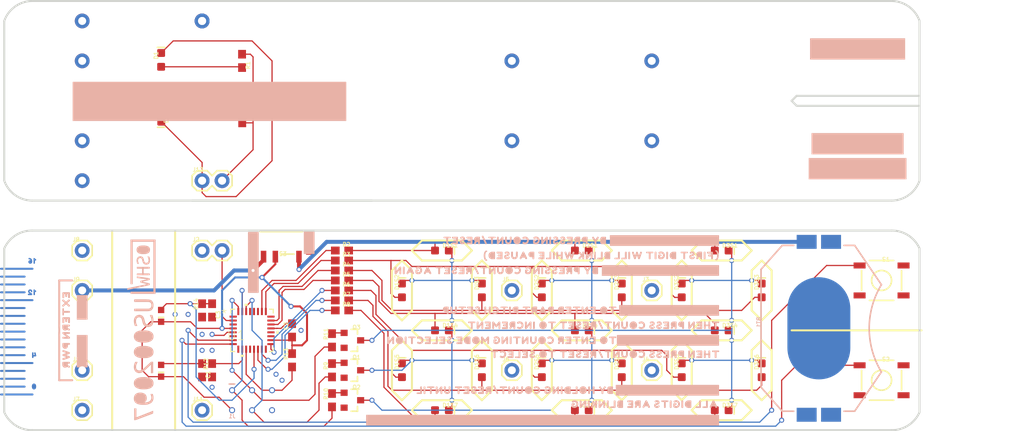
<source format=kicad_pcb>
(kicad_pcb (version 20211014) (generator pcbnew)
  (layers (0 "F.Cu" signal) (31 "B.Cu" signal) (34 "B.Paste" user) (35 "F.Paste" user) (36 "B.SilkS" user "B.Silkscreen") (37 "F.SilkS" user "F.Silkscreen") (38 "B.Mask" user) (39 "F.Mask" user) (44 "Edge.Cuts" user))
  (net 0 "")
  (net 1 "GND")
  (net 2 "V_BATT")
  (net 3 "N$9")
  (net 4 "N$4")
  (net 5 "N$11")
  (net 6 "N$14")
  (net 7 "N$8")
  (net 8 "N$13")
  (net 9 "SEG1")
  (net 10 "SEG4")
  (net 11 "SEG2")
  (net 12 "SEG3")
  (net 13 "SEG6")
  (net 14 "SEG5")
  (net 15 "SEG7")
  (net 16 "IR_DETECTOR_A")
  (net 17 "~{RESET}")
  (net 18 "0")
  (net 19 "1")
  (net 20 "2")
  (net 21 "3")
  (net 22 "4")
  (net 23 "5")
  (net 24 "6")
  (net 25 "8/COPI")
  (net 26 "9/CIPO")
  (net 27 "10/SCK")
  (net 28 "11")
  (net 29 "12")
  (net 30 "13")
  (net 31 "V_EXT")
  (net 32 "N$1")
  (net 33 "N$2")
  (net 34 "N$3")
  (net 35 "N$5")
  (net 36 "N$6")
  (net 37 "N$7")
  (net 38 "N$10")
  (net 39 "N$12")
  (net 40 "N$15")
  (net 41 "N$16")
  (net 42 "N$17")
  (net 43 "N$18")
  (net 44 "N$41")
  (net 45 "N$42")
  (net 46 "N$47")
  (net 47 "N$48")
  (net 48 "N$49")
  (net 49 "N$50")
  (net 50 "IR_DETECTOR_B")
  (net 51 "N$43")
  (net 52 "N$44")
  (net 53 "N$51")
  (net 54 "N$25")
  (net 55 "N$26")
  (net 56 "N$27")
  (net 57 "N$28")
  (net 58 "N$29")
  (net 59 "N$52")
  (net 60 "N$53")
  (net 61 "N$54")
  (net 62 "N$55")
  (net 63 "N$56")
  (net 64 "N$61")
  (net 65 "N$62")
  (footprint "BeanCounter_V10:LED-0603" (layer "F.Cu") (at 151.0411 124.68847 90)
    (fp_text reference "D1S6")
    (fp_text value "")
  )
  (footprint "BeanCounter_V10:LED-0603" (layer "F.Cu") (at 151.0411 114.52847 90)
    (fp_text reference "DIS3")
    (fp_text value "")
  )
  (footprint "BeanCounter_V10:0603" (layer "F.Cu") (at 120.5811 92.35547 90)
    (fp_text reference "R15")
    (fp_text value "1k")
  )
  (footprint "BeanCounter_V10:32M1-A_ATM" (layer "F.Cu") (at 121.8311 119.60847)
    (fp_text reference "U1")
    (fp_text value "ATTINY861V-10MU")
  )
  (footprint "BeanCounter_V10:LED-0603" (layer "F.Cu") (at 168.8211 124.68847 90)
    (fp_text reference "D2S6")
    (fp_text value "")
  )
  (footprint "BeanCounter_V10:1X01" (layer "F.Cu") (at 172.6311 114.52847)
    (fp_text reference "J3")
    (fp_text value "")
  )
  (footprint "BeanCounter_V10:LED-0603" (layer "F.Cu") (at 181.5211 129.76847)
    (fp_text reference "D3S7")
    (fp_text value "")
  )
  (footprint "BeanCounter_V10:HARVATEK_DETECTOR" (layer "F.Cu") (at 110.2741 117.76697 180)
    (fp_text reference "U$32" hide)
    (fp_text value "B19H1PT" hide)
  )
  (footprint "BeanCounter_V10:LED-0603" (layer "F.Cu") (at 181.5211 119.60847)
    (fp_text reference "D3S4")
    (fp_text value "")
  )
  (footprint "BeanCounter_V10:0603" (layer "F.Cu") (at 133.2611 113.25847)
    (fp_text reference "R5")
    (fp_text value "33")
  )
  (footprint "BeanCounter_V10:1X01" (layer "F.Cu") (at 154.8511 114.52847)
    (fp_text reference "J5")
    (fp_text value "")
  )
  (footprint "BeanCounter_V10:LED-0603" (layer "F.Cu") (at 110.2911 92.17847 -90)
    (fp_text reference "D3")
    (fp_text value "IR LED")
  )
  (footprint "BeanCounter_V10:0603" (layer "F.Cu") (at 116.7511 124.68847 90)
    (fp_text reference "R12")
    (fp_text value "1k")
  )
  (footprint "BeanCounter_V10:LED-0603" (layer "F.Cu") (at 168.8211 114.52847 90)
    (fp_text reference "D2S3")
    (fp_text value "")
  )
  (footprint "BeanCounter_V10:1X01" (layer "F.Cu") (at 100.2411 129.76847)
    (fp_text reference "J7")
    (fp_text value "")
  )
  (footprint "BeanCounter_V10:LED-0603" (layer "F.Cu") (at 158.6611 114.52847 90)
    (fp_text reference "D2S2")
    (fp_text value "")
  )
  (footprint "BeanCounter_V10:0603" (layer "F.Cu") (at 126.9111 123.41847 90)
    (fp_text reference "R13")
    (fp_text value "1k")
  )
  (footprint "BeanCounter_V10:0603" (layer "F.Cu") (at 133.2611 115.79847)
    (fp_text reference "R7")
    (fp_text value "33")
  )
  (footprint "BeanCounter_V10:LED-0603" (layer "F.Cu") (at 176.4411 114.52847 90)
    (fp_text reference "D3S2")
    (fp_text value "")
  )
  (footprint "BeanCounter_V10:0603" (layer "F.Cu") (at 133.2611 114.52847)
    (fp_text reference "R6")
    (fp_text value "33")
  )
  (footprint "BeanCounter_V10:LED-0603" (layer "F.Cu") (at 145.9611 109.44847)
    (fp_text reference "D1S1")
    (fp_text value "")
  )
  (footprint "BeanCounter_V10:0603" (layer "F.Cu") (at 120.5611 85.31847 -90)
    (fp_text reference "R1")
    (fp_text value "1k")
  )
  (footprint "BeanCounter_V10:1X02" (layer "F.Cu") (at 115.4811 100.55847)
    (fp_text reference "J12")
    (fp_text value "")
  )
  (footprint "BeanCounter_V10:1X01" (layer "F.Cu") (at 115.4811 129.76847)
    (fp_text reference "J11")
    (fp_text value "")
  )
  (footprint "BeanCounter_V10:0603" (layer "F.Cu") (at 131.9911 120.87847 90)
    (fp_text reference "R11")
    (fp_text value "1k")
  )
  (footprint "" (layer "F.Cu") (at 95.1611 90.39847)
    (fp_text reference "@HOLE1" hide)
    (fp_text value "")
  )
  (footprint "BeanCounter_V10:LED-0603" (layer "F.Cu") (at 110.2741 85.19147 90)
    (fp_text reference "D1")
    (fp_text value "IR LED")
  )
  (footprint "BeanCounter_V10:0603" (layer "F.Cu") (at 126.9111 119.60847 90)
    (fp_text reference "C2")
    (fp_text value "0.1uF")
  )
  (footprint "BeanCounter_V10:0603" (layer "F.Cu") (at 116.7511 117.06847 -90)
    (fp_text reference "C3")
    (fp_text value "0.1uF")
  )
  (footprint "BeanCounter_V10:0603" (layer "F.Cu") (at 115.4811 124.68847 -90)
    (fp_text reference "C1")
    (fp_text value "0.1uF")
  )
  (footprint "BeanCounter_V10:1X01" (layer "F.Cu") (at 100.2411 109.44847)
    (fp_text reference "J8")
    (fp_text value "")
  )
  (footprint "BeanCounter_V10:LED-0603" (layer "F.Cu") (at 186.6011 124.68847 90)
    (fp_text reference "D3S6")
    (fp_text value "")
  )
  (footprint "BeanCounter_V10:0603" (layer "F.Cu") (at 131.9911 124.68847 90)
    (fp_text reference "R9")
    (fp_text value "1k")
  )
  (footprint "BeanCounter_V10:0603" (layer "F.Cu") (at 133.2611 111.98847)
    (fp_text reference "R4")
    (fp_text value "33")
  )
  (footprint "BeanCounter_V10:SOT23-3" (layer "F.Cu") (at 134.5311 128.49847 -90)
    (fp_text reference "Q2")
    (fp_text value "220mA/50V/3.5Ω")
  )
  (footprint "BeanCounter_V10:LED-0603" (layer "F.Cu") (at 176.4411 124.68847 90)
    (fp_text reference "D3S5")
    (fp_text value "")
  )
  (footprint "BeanCounter_V10:0603" (layer "F.Cu") (at 133.2611 110.71847)
    (fp_text reference "R3")
    (fp_text value "33")
  )
  (footprint "BeanCounter_V10:TACTILE_SWITCH_SMD_5.2MM" (layer "F.Cu") (at 201.8411 125.95847)
    (fp_text reference "S2")
    (fp_text value "MOMENTARY-SWITCH-SPST-SMD-5.2MM-TALL")
  )
  (footprint "BeanCounter_V10:0603" (layer "F.Cu") (at 133.2611 117.06847)
    (fp_text reference "R8")
    (fp_text value "33")
  )
  (footprint "" (layer "F.Cu") (at 95.1611 119.60847)
    (fp_text reference "@HOLE0" hide)
    (fp_text value "")
  )
  (footprint "BeanCounter_V10:LED-0603" (layer "F.Cu") (at 145.9611 129.76847)
    (fp_text reference "D1S7")
    (fp_text value "")
  )
  (footprint "BeanCounter_V10:LED-0603" (layer "F.Cu") (at 186.6011 114.52847 90)
    (fp_text reference "D3S3")
    (fp_text value "")
  )
  (footprint "BeanCounter_V10:0603" (layer "F.Cu") (at 131.9911 128.49847 90)
    (fp_text reference "R10")
    (fp_text value "1k")
  )
  (footprint "BeanCounter_V10:LED-0603" (layer "F.Cu") (at 163.7411 129.76847)
    (fp_text reference "D2S7")
    (fp_text value "")
  )
  (footprint "BeanCounter_V10:HARVATEK_DETECTOR" (layer "F.Cu") (at 110.2741 124.75197 180)
    (fp_text reference "U$31" hide)
    (fp_text value "B19H1PT" hide)
  )
  (footprint "BeanCounter_V10:LED-0603" (layer "F.Cu") (at 163.7411 119.60847)
    (fp_text reference "D2S4")
    (fp_text value "")
  )
  (footprint "BeanCounter_V10:TACTILE_SWITCH_SMD_5.2MM" (layer "F.Cu") (at 201.8411 113.25847)
    (fp_text reference "S1")
    (fp_text value "MOMENTARY-SWITCH-SPST-SMD-5.2MM-TALL")
  )
  (footprint "BeanCounter_V10:0603" (layer "F.Cu") (at 115.4811 117.06847 90)
    (fp_text reference "R14")
    (fp_text value "1k")
  )
  (footprint "BeanCounter_V10:1X01" (layer "F.Cu") (at 100.2411 114.52847)
    (fp_text reference "J9")
    (fp_text value "")
  )
  (footprint "BeanCounter_V10:1X01" (layer "F.Cu") (at 154.8511 124.68847)
    (fp_text reference "J6")
    (fp_text value "")
  )
  (footprint "BeanCounter_V10:LED-0603" (layer "F.Cu") (at 158.6611 124.68847 90)
    (fp_text reference "D2S5")
    (fp_text value "")
  )
  (footprint "BeanCounter_V10:SOT23-3" (layer "F.Cu") (at 134.5311 124.68847 -90)
    (fp_text reference "Q1")
    (fp_text value "220mA/50V/3.5Ω")
  )
  (footprint "BeanCounter_V10:1X02" (layer "F.Cu") (at 115.4811 109.44847)
    (fp_text reference "J2")
    (fp_text value "")
  )
  (footprint "BeanCounter_V10:1X01" (layer "F.Cu") (at 172.6311 124.68847)
    (fp_text reference "J4")
    (fp_text value "")
  )
  (footprint "BeanCounter_V10:1X01" (layer "F.Cu") (at 100.2411 124.68847)
    (fp_text reference "J10")
    (fp_text value "")
  )
  (footprint "BeanCounter_V10:LED-0603" (layer "F.Cu") (at 163.7411 109.44847)
    (fp_text reference "D2S1")
    (fp_text value "")
  )
  (footprint "BeanCounter_V10:0603" (layer "F.Cu") (at 133.2611 109.44847)
    (fp_text reference "R2")
    (fp_text value "33")
  )
  (footprint "BeanCounter_V10:SWITCH_SPST_SMD_A" (layer "F.Cu") (at 125.5411 108.47847)
    (fp_text reference "S3")
    (fp_text value "")
  )
  (footprint "BeanCounter_V10:SOT23-3" (layer "F.Cu") (at 134.5311 120.87847 -90)
    (fp_text reference "Q3")
    (fp_text value "220mA/50V/3.5Ω")
  )
  (footprint "BeanCounter_V10:LED-0603" (layer "F.Cu") (at 140.8811 114.52847 90)
    (fp_text reference "D1S2")
    (fp_text value "")
  )
  (footprint "BeanCounter_V10:LED-0603" (layer "F.Cu") (at 181.5211 109.44847)
    (fp_text reference "D3S1")
    (fp_text value "")
  )
  (footprint "BeanCounter_V10:LED-0603" (layer "F.Cu") (at 145.9611 119.60847)
    (fp_text reference "D1S4")
    (fp_text value "")
  )
  (footprint "BeanCounter_V10:LED-0603" (layer "F.Cu") (at 140.8811 124.68847 90)
    (fp_text reference "D1S5")
    (fp_text value "")
  )
  (footprint "BeanCounter_V10:#PRESS_SETUP_X2#0" (layer "B.Cu") (at 181.5211 120.87847 180)
    (fp_text reference "U$15" hide)
    (fp_text value "" hide)
  )
  (footprint "BeanCounter_V10:2X3_TEST_POINTS" (layer "B.Cu") (at 121.8311 128.49847)
    (fp_text reference "J1")
    (fp_text value "AVR_SPI_PROG_3X2TESTPOINTS" hide)
  )
  (footprint "BeanCounter_V10:00" (layer "B.Cu") (at 94.9211 126.76847 180)
    (fp_text reference "U$5" hide)
    (fp_text value "" hide)
  )
  (footprint "BeanCounter_V10:BATTCON_20MM_4LEGS_OVERPASTE_INNER" (layer "B.Cu") (at 193.8711 119.34847 -90)
    (fp_text reference "BT1")
    (fp_text value "")
  )
  (footprint "BeanCounter_V10:#_0" (layer "B.Cu") (at 179.9971 110.08347)
    (fp_text reference "U$11" hide)
    (fp_text value "" hide)
  )
  (footprint "BeanCounter_V10:#OFF#EXT#0" (layer "B.Cu") (at 121.9951 115.17647 -90)
    (fp_text reference "U$24" hide)
    (fp_text value "" hide)
  )
  (footprint "BeanCounter_V10:#COMPLETE_DOCS_AT_GITHUB#COM#NPOOLE#BEANCOUNTER#0" (layer "B.Cu") (at 181.5211 131.03847 180)
    (fp_text reference "U$26" hide)
    (fp_text value "" hide)
  )
  (footprint "BeanCounter_V10:#RESUME_COUNTING#0" (layer "B.Cu") (at 181.5211 111.98847 180)
    (fp_text reference "U$12" hide)
    (fp_text value "" hide)
  )
  (footprint "BeanCounter_V10:120" (layer "B.Cu") (at 94.9211 114.76847 180)
    (fp_text reference "U$21" hide)
    (fp_text value "" hide)
  )
  (footprint "BeanCounter_V10:EXTERN_PWR0" (layer "B.Cu") (at 98.2091 119.60847 -90)
    (fp_text reference "U$2" hide)
    (fp_text value "" hide)
  )
  (footprint "BeanCounter_V10:#COUNT#0" (layer "B.Cu") (at 198.7931 99.03447)
    (fp_text reference "U$27" hide)
    (fp_text value "" hide)
  )
  (footprint "BeanCounter_V10:#_3V#0" (layer "B.Cu") (at 100.2411 114.78247 -90)
    (fp_text reference "U$6" hide)
    (fp_text value "" hide)
  )
  (footprint "BeanCounter_V10:160" (layer "B.Cu") (at 94.9211 110.76847 180)
    (fp_text reference "U$22" hide)
    (fp_text value "" hide)
  )
  (footprint "BeanCounter_V10:BY_HOLDING_COUNT#RESET_UNTIL0" (layer "B.Cu") (at 168.4401 127.22847 180)
    (fp_text reference "U$19" hide)
    (fp_text value "" hide)
  )
  (footprint "BeanCounter_V10:BY_PRESSING_COUNT#RESET_AGAIN0" (layer "B.Cu") (at 166.5351 111.98847 180)
    (fp_text reference "U$13" hide)
    (fp_text value "" hide)
  )
  (footprint "BeanCounter_V10:40" (layer "B.Cu") (at 94.9211 122.76847 180)
    (fp_text reference "U$20" hide)
    (fp_text value "" hide)
  )
  (footprint "BeanCounter_V10:#RESET_COUNTER#0" (layer "B.Cu") (at 181.5211 127.22847 180)
    (fp_text reference "U$18" hide)
    (fp_text value "" hide)
  )
  (footprint "BeanCounter_V10:LOGO#SVG0" (layer "B.Cu") (at 98.9711 87.85847)
    (fp_text reference "U$30" hide)
    (fp_text value "" hide)
  )
  (footprint "BeanCounter_V10:THEN_PRESS_COUNT#RESET_TO_SELECT0" (layer "B.Cu") (at 181.9021 122.65647 180)
    (fp_text reference "U$17" hide)
    (fp_text value "" hide)
  )
  (footprint "BeanCounter_V10:#_GND#0" (layer "B.Cu") (at 100.2411 119.86247 -90)
    (fp_text reference "U$7" hide)
    (fp_text value "" hide)
  )
  (footprint "BeanCounter_V10:#SETUP#0" (layer "B.Cu") (at 198.7931 83.79447)
    (fp_text reference "U$29" hide)
    (fp_text value "" hide)
  )
  (footprint "BeanCounter_V10:ALL_DIGITS_ARE_BLINKING0" (layer "B.Cu") (at 181.6481 129.00647 180)
    (fp_text reference "U$25" hide)
    (fp_text value "" hide)
  )
  (footprint "BeanCounter_V10:TO_ENTER_COUNTING_MODE_SELECTION0" (layer "B.Cu") (at 168.8211 120.87847 180)
    (fp_text reference "U$16" hide)
    (fp_text value "" hide)
  )
  (footprint "BeanCounter_V10:#PRESS_SETUP_X1#0" (layer "B.Cu") (at 181.5211 117.06847 180)
    (fp_text reference "U$4" hide)
    (fp_text value "" hide)
  )
  (footprint "BeanCounter_V10:#RESET#0" (layer "B.Cu") (at 198.7931 95.85947)
    (fp_text reference "U$28" hide)
    (fp_text value "" hide)
  )
  (footprint "BeanCounter_V10:FIRST_DIGIT_WILL_BLINK_WHILE_PAUSED#_0" (layer "B.Cu") (at 181.1401 110.08347 180)
    (fp_text reference "U$10" hide)
    (fp_text value "" hide)
  )
  (footprint "BeanCounter_V10:THEN_PRESS_COUNT#RESET_TO_INCREMENT0" (layer "B.Cu") (at 181.9021 118.97347 180)
    (fp_text reference "U$8" hide)
    (fp_text value "" hide)
  )
  (footprint "BeanCounter_V10:#PAUSE_COUNTING#0" (layer "B.Cu") (at 181.5211 108.17847 180)
    (fp_text reference "U$3" hide)
    (fp_text value "" hide)
  )
  (footprint "BeanCounter_V10:BY_PRESSING_COUNT#RESET0" (layer "B.Cu") (at 167.5511 108.17847 180)
    (fp_text reference "U$9" hide)
    (fp_text value "" hide)
  )
  (footprint "BeanCounter_V10:OSHWBC#SVG0" (layer "B.Cu") (at 108.3691 108.05147 -90)
    (fp_text reference "U$1" hide)
    (fp_text value "" hide)
  )
  (footprint "BeanCounter_V10:#ON#0" (layer "B.Cu") (at 129.0921 110.22347 -90)
    (fp_text reference "U$23" hide)
    (fp_text value "" hide)
  )
  (footprint "BeanCounter_V10:TO_ENTER_PART_PITCH_SETUP0" (layer "B.Cu") (at 168.8211 117.06847 180)
    (fp_text reference "U$14" hide)
    (fp_text value "" hide)
  )
  (gr_line (start 97.3201 113.25847) (end 97.3201 125.95847) (layer "B.SilkS") (width 0.254))
  (gr_line (start 98.9711 113.25847) (end 97.3201 113.25847) (layer "B.SilkS") (width 0.254))
  (gr_line (start 97.3201 125.95847) (end 98.9711 125.95847) (layer "B.SilkS") (width 0.254))
  (gr_line (start 161.2011 120.87847) (end 159.9311 119.60847) (layer "F.SilkS") (width 0.254))
  (gr_line (start 187.8711 122.14847) (end 186.6011 120.87847) (layer "F.SilkS") (width 0.254))
  (gr_line (start 175.1711 122.14847) (end 176.4411 120.87847) (layer "F.SilkS") (width 0.254))
  (gr_line (start 176.4411 118.33847) (end 175.1711 117.06847) (layer "F.SilkS") (width 0.254))
  (gr_line (start 170.0911 122.14847) (end 168.8211 120.87847) (layer "F.SilkS") (width 0.254))
  (gr_line (start 140.8811 120.87847) (end 142.1511 122.14847) (layer "F.SilkS") (width 0.254))
  (gr_line (start 177.7111 117.06847) (end 176.4411 118.33847) (layer "F.SilkS") (width 0.254))
  (gr_line (start 161.2011 108.17847) (end 166.2811 108.17847) (layer "F.SilkS") (width 0.254))
  (gr_line (start 151.0411 118.33847) (end 149.7711 117.06847) (layer "F.SilkS") (width 0.254))
  (gr_line (start 142.1511 117.06847) (end 140.8811 118.33847) (layer "F.SilkS") (width 0.254))
  (gr_line (start 149.7711 122.14847) (end 149.7711 127.22847) (layer "F.SilkS") (width 0.254))
  (gr_line (start 112.0511 132.30847) (end 112.0511 106.97447) (layer "F.SilkS") (width 0.254))
  (gr_line (start 142.1511 129.76847) (end 143.4211 128.49847) (layer "F.SilkS") (width 0.254))
  (gr_line (start 166.2811 128.49847) (end 167.5511 129.76847) (layer "F.SilkS") (width 0.254))
  (gr_line (start 178.9811 128.49847) (end 184.0611 128.49847) (layer "F.SilkS") (width 0.254))
  (gr_line (start 184.0611 131.03847) (end 178.9811 131.03847) (layer "F.SilkS") (width 0.254))
  (gr_line (start 161.2011 118.33847) (end 166.2811 118.33847) (layer "F.SilkS") (width 0.254))
  (gr_line (start 167.5511 109.44847) (end 166.2811 110.71847) (layer "F.SilkS") (width 0.254))
  (gr_line (start 167.5511 119.60847) (end 166.2811 120.87847) (layer "F.SilkS") (width 0.254))
  (gr_line (start 149.7711 117.06847) (end 149.7711 111.98847) (layer "F.SilkS") (width 0.254))
  (gr_line (start 177.7111 127.22847) (end 176.4411 128.49847) (layer "F.SilkS") (width 0.254))
  (gr_line (start 158.6611 110.71847) (end 159.9311 111.98847) (layer "F.SilkS") (width 0.254))
  (gr_line (start 104.0511 106.97447) (end 104.0511 132.30847) (layer "F.SilkS") (width 0.254))
  (gr_line (start 166.2811 131.03847) (end 161.2011 131.03847) (layer "F.SilkS") (width 0.254))
  (gr_line (start 142.1511 119.60847) (end 143.4211 118.33847) (layer "F.SilkS") (width 0.254))
  (gr_line (start 152.3111 122.14847) (end 151.0411 120.87847) (layer "F.SilkS") (width 0.254))
  (gr_line (start 158.6611 120.87847) (end 159.9311 122.14847) (layer "F.SilkS") (width 0.254))
  (gr_line (start 185.3311 119.60847) (end 184.0611 120.87847) (layer "F.SilkS") (width 0.254))
  (gr_line (start 186.6011 128.49847) (end 187.8711 127.22847) (layer "F.SilkS") (width 0.254))
  (gr_line (start 177.7111 109.44847) (end 178.9811 108.17847) (layer "F.SilkS") (width 0.254))
  (gr_line (start 185.3311 117.06847) (end 185.3311 111.98847) (layer "F.SilkS") (width 0.254))
  (gr_line (start 149.7711 127.22847) (end 151.0411 128.49847) (layer "F.SilkS") (width 0.254))
  (gr_line (start 167.5511 127.22847) (end 168.8211 128.49847) (layer "F.SilkS") (width 0.254))
  (gr_line (start 185.3311 129.76847) (end 184.0611 131.03847) (layer "F.SilkS") (width 0.254))
  (gr_line (start 176.4411 128.49847) (end 175.1711 127.22847) (layer "F.SilkS") (width 0.254))
  (gr_line (start 177.7111 129.76847) (end 178.9811 128.49847) (layer "F.SilkS") (width 0.254))
  (gr_line (start 166.2811 108.17847) (end 167.5511 109.44847) (layer "F.SilkS") (width 0.254))
  (gr_line (start 170.0911 127.22847) (end 170.0911 122.14847) (layer "F.SilkS") (width 0.254))
  (gr_line (start 157.3911 117.06847) (end 157.3911 111.98847) (layer "F.SilkS") (width 0.254))
  (gr_line (start 177.7111 111.98847) (end 177.7111 117.06847) (layer "F.SilkS") (width 0.254))
  (gr_line (start 159.9311 109.44847) (end 161.2011 108.17847) (layer "F.SilkS") (width 0.254))
  (gr_line (start 185.3311 111.98847) (end 186.6011 110.71847) (layer "F.SilkS") (width 0.254))
  (gr_line (start 152.3111 111.98847) (end 152.3111 117.06847) (layer "F.SilkS") (width 0.254))
  (gr_line (start 167.5511 117.06847) (end 167.5511 111.98847) (layer "F.SilkS") (width 0.254))
  (gr_line (start 139.6111 127.22847) (end 139.6111 122.14847) (layer "F.SilkS") (width 0.254))
  (gr_line (start 143.4211 120.87847) (end 142.1511 119.60847) (layer "F.SilkS") (width 0.254))
  (gr_line (start 148.5011 118.33847) (end 149.7711 119.60847) (layer "F.SilkS") (width 0.254))
  (gr_line (start 149.7711 129.76847) (end 148.5011 131.03847) (layer "F.SilkS") (width 0.254))
  (gr_line (start 140.8811 128.49847) (end 139.6111 127.22847) (layer "F.SilkS") (width 0.254))
  (gr_line (start 177.7111 119.60847) (end 178.9811 118.33847) (layer "F.SilkS") (width 0.254))
  (gr_line (start 187.8711 117.06847) (end 186.6011 118.33847) (layer "F.SilkS") (width 0.254))
  (gr_line (start 166.2811 110.71847) (end 161.2011 110.71847) (layer "F.SilkS") (width 0.254))
  (gr_line (start 143.4211 108.17847) (end 148.5011 108.17847) (layer "F.SilkS") (width 0.254))
  (gr_line (start 143.4211 131.03847) (end 142.1511 129.76847) (layer "F.SilkS") (width 0.254))
  (gr_line (start 185.3311 127.22847) (end 186.6011 128.49847) (layer "F.SilkS") (width 0.254))
  (gr_line (start 168.8211 120.87847) (end 167.5511 122.14847) (layer "F.SilkS") (width 0.254))
  (gr_line (start 186.6011 120.87847) (end 185.3311 122.14847) (layer "F.SilkS") (width 0.254))
  (gr_line (start 184.0611 110.71847) (end 178.9811 110.71847) (layer "F.SilkS") (width 0.254))
  (gr_line (start 159.9311 129.76847) (end 161.2011 128.49847) (layer "F.SilkS") (width 0.254))
  (gr_line (start 187.8711 111.98847) (end 187.8711 117.06847) (layer "F.SilkS") (width 0.254))
  (gr_line (start 166.2811 118.33847) (end 167.5511 119.60847) (layer "F.SilkS") (width 0.254))
  (gr_line (start 139.6111 122.14847) (end 140.8811 120.87847) (layer "F.SilkS") (width 0.254))
  (gr_line (start 184.0611 120.87847) (end 178.9811 120.87847) (layer "F.SilkS") (width 0.254))
  (gr_line (start 142.1511 111.98847) (end 142.1511 117.06847) (layer "F.SilkS") (width 0.254))
  (gr_line (start 166.2811 120.87847) (end 161.2011 120.87847) (layer "F.SilkS") (width 0.254))
  (gr_line (start 139.6111 117.06847) (end 139.6111 111.98847) (layer "F.SilkS") (width 0.254))
  (gr_line (start 167.5511 129.76847) (end 166.2811 131.03847) (layer "F.SilkS") (width 0.254))
  (gr_line (start 139.6111 111.98847) (end 140.8811 110.71847) (layer "F.SilkS") (width 0.254))
  (gr_line (start 159.9311 119.60847) (end 161.2011 118.33847) (layer "F.SilkS") (width 0.254))
  (gr_line (start 149.7711 109.44847) (end 148.5011 110.71847) (layer "F.SilkS") (width 0.254))
  (gr_line (start 176.4411 110.71847) (end 177.7111 111.98847) (layer "F.SilkS") (width 0.254))
  (gr_line (start 140.8811 118.33847) (end 139.6111 117.06847) (layer "F.SilkS") (width 0.254))
  (gr_line (start 175.1711 117.06847) (end 175.1711 111.98847) (layer "F.SilkS") (width 0.254))
  (gr_line (start 178.9811 110.71847) (end 177.7111 109.44847) (layer "F.SilkS") (width 0.254))
  (gr_line (start 178.9811 131.03847) (end 177.7111 129.76847) (layer "F.SilkS") (width 0.254))
  (gr_line (start 152.3111 117.06847) (end 151.0411 118.33847) (layer "F.SilkS") (width 0.254))
  (gr_line (start 206.9211 119.60847) (end 190.4111 119.60847) (layer "F.SilkS") (width 0.254))
  (gr_line (start 157.3911 127.22847) (end 157.3911 122.14847) (layer "F.SilkS") (width 0.254))
  (gr_line (start 142.1511 127.22847) (end 140.8811 128.49847) (layer "F.SilkS") (width 0.254))
  (gr_line (start 168.8211 110.71847) (end 170.0911 111.98847) (layer "F.SilkS") (width 0.254))
  (gr_line (start 170.0911 117.06847) (end 168.8211 118.33847) (layer "F.SilkS") (width 0.254))
  (gr_line (start 186.6011 118.33847) (end 185.3311 117.06847) (layer "F.SilkS") (width 0.254))
  (gr_line (start 177.7111 122.14847) (end 177.7111 127.22847) (layer "F.SilkS") (width 0.254))
  (gr_line (start 148.5011 128.49847) (end 149.7711 129.76847) (layer "F.SilkS") (width 0.254))
  (gr_line (start 187.8711 127.22847) (end 187.8711 122.14847) (layer "F.SilkS") (width 0.254))
  (gr_line (start 149.7711 119.60847) (end 148.5011 120.87847) (layer "F.SilkS") (width 0.254))
  (gr_line (start 167.5511 111.98847) (end 168.8211 110.71847) (layer "F.SilkS") (width 0.254))
  (gr_line (start 148.5011 131.03847) (end 143.4211 131.03847) (layer "F.SilkS") (width 0.254))
  (gr_line (start 148.5011 110.71847) (end 143.4211 110.71847) (layer "F.SilkS") (width 0.254))
  (gr_line (start 159.9311 127.22847) (end 158.6611 128.49847) (layer "F.SilkS") (width 0.254))
  (gr_line (start 157.3911 111.98847) (end 158.6611 110.71847) (layer "F.SilkS") (width 0.254))
  (gr_line (start 175.1711 111.98847) (end 176.4411 110.71847) (layer "F.SilkS") (width 0.254))
  (gr_line (start 184.0611 118.33847) (end 185.3311 119.60847) (layer "F.SilkS") (width 0.254))
  (gr_line (start 159.9311 122.14847) (end 159.9311 127.22847) (layer "F.SilkS") (width 0.254))
  (gr_line (start 161.2011 131.03847) (end 159.9311 129.76847) (layer "F.SilkS") (width 0.254))
  (gr_line (start 176.4411 120.87847) (end 177.7111 122.14847) (layer "F.SilkS") (width 0.254))
  (gr_line (start 168.8211 128.49847) (end 170.0911 127.22847) (layer "F.SilkS") (width 0.254))
  (gr_line (start 178.9811 118.33847) (end 184.0611 118.33847) (layer "F.SilkS") (width 0.254))
  (gr_line (start 143.4211 118.33847) (end 148.5011 118.33847) (layer "F.SilkS") (width 0.254))
  (gr_line (start 168.8211 118.33847) (end 167.5511 117.06847) (layer "F.SilkS") (width 0.254))
  (gr_line (start 178.9811 108.17847) (end 184.0611 108.17847) (layer "F.SilkS") (width 0.254))
  (gr_line (start 142.1511 122.14847) (end 142.1511 127.22847) (layer "F.SilkS") (width 0.254))
  (gr_line (start 186.6011 110.71847) (end 187.8711 111.98847) (layer "F.SilkS") (width 0.254))
  (gr_line (start 159.9311 117.06847) (end 158.6611 118.33847) (layer "F.SilkS") (width 0.254))
  (gr_line (start 148.5011 108.17847) (end 149.7711 109.44847) (layer "F.SilkS") (width 0.254))
  (gr_line (start 161.2011 110.71847) (end 159.9311 109.44847) (layer "F.SilkS") (width 0.254))
  (gr_line (start 151.0411 110.71847) (end 152.3111 111.98847) (layer "F.SilkS") (width 0.254))
  (gr_line (start 159.9311 111.98847) (end 159.9311 117.06847) (layer "F.SilkS") (width 0.254))
  (gr_line (start 149.7711 111.98847) (end 151.0411 110.71847) (layer "F.SilkS") (width 0.254))
  (gr_line (start 184.0611 108.17847) (end 185.3311 109.44847) (layer "F.SilkS") (width 0.254))
  (gr_line (start 143.4211 128.49847) (end 148.5011 128.49847) (layer "F.SilkS") (width 0.254))
  (gr_line (start 170.0911 111.98847) (end 170.0911 117.06847) (layer "F.SilkS") (width 0.254))
  (gr_line (start 157.3911 122.14847) (end 158.6611 120.87847) (layer "F.SilkS") (width 0.254))
  (gr_line (start 158.6611 118.33847) (end 157.3911 117.06847) (layer "F.SilkS") (width 0.254))
  (gr_line (start 185.3311 109.44847) (end 184.0611 110.71847) (layer "F.SilkS") (width 0.254))
  (gr_line (start 175.1711 127.22847) (end 175.1711 122.14847) (layer "F.SilkS") (width 0.254))
  (gr_line (start 142.1511 109.44847) (end 143.4211 108.17847) (layer "F.SilkS") (width 0.254))
  (gr_line (start 143.4211 110.71847) (end 142.1511 109.44847) (layer "F.SilkS") (width 0.254))
  (gr_line (start 140.8811 110.71847) (end 142.1511 111.98847) (layer "F.SilkS") (width 0.254))
  (gr_line (start 161.2011 128.49847) (end 166.2811 128.49847) (layer "F.SilkS") (width 0.254))
  (gr_line (start 185.3311 122.14847) (end 185.3311 127.22847) (layer "F.SilkS") (width 0.254))
  (gr_line (start 152.3111 127.22847) (end 152.3111 122.14847) (layer "F.SilkS") (width 0.254))
  (gr_line (start 158.6611 128.49847) (end 157.3911 127.22847) (layer "F.SilkS") (width 0.254))
  (gr_line (start 148.5011 120.87847) (end 143.4211 120.87847) (layer "F.SilkS") (width 0.254))
  (gr_line (start 178.9811 120.87847) (end 177.7111 119.60847) (layer "F.SilkS") (width 0.254))
  (gr_line (start 184.0611 128.49847) (end 185.3311 129.76847) (layer "F.SilkS") (width 0.254))
  (gr_line (start 167.5511 122.14847) (end 167.5511 127.22847) (layer "F.SilkS") (width 0.254))
  (gr_line (start 151.0411 120.87847) (end 149.7711 122.14847) (layer "F.SilkS") (width 0.254))
  (gr_line (start 151.0411 128.49847) (end 152.3111 127.22847) (layer "F.SilkS") (width 0.254))
  (gr_arc (start 203.1111 106.90847) (mid 205.232024 107.518033) (end 206.6671 109.194471) (layer "Edge.Cuts") (width 0.254))
  (gr_line (start 190.4111 90.39847) (end 191.0461 89.76347) (layer "Edge.Cuts") (width 0.254))
  (gr_arc (start 90.3351 80.23847) (mid 91.710561 78.404915) (end 93.8911 77.69847) (layer "Edge.Cuts") (width 0.254))
  (gr_line (start 90.3351 109.19447) (end 90.3351 130.02247) (layer "Edge.Cuts") (width 0.254))
  (gr_line (start 191.0461 91.03347) (end 190.4111 90.39847) (layer "Edge.Cuts") (width 0.254))
  (gr_line (start 137.0711 77.69847) (end 114.2111 77.69847) (layer "Edge.Cuts") (width 0.254))
  (gr_arc (start 206.667099 100.55847) (mid 205.291639 102.392025) (end 203.1111 103.09847) (layer "Edge.Cuts") (width 0.254))
  (gr_line (start 206.6671 91.03347) (end 191.0461 91.03347) (layer "Edge.Cuts") (width 0.254))
  (gr_line (start 90.3351 80.23847) (end 90.3351 100.55847) (layer "Edge.Cuts") (width 0.254))
  (gr_line (start 206.6671 109.19447) (end 206.6671 130.02247) (layer "Edge.Cuts") (width 0.254))
  (gr_line (start 114.2111 103.09847) (end 137.0711 103.09847) (layer "Edge.Cuts") (width 0.254))
  (gr_arc (start 206.667099 130.022469) (mid 205.232024 131.698907) (end 203.1111 132.30847) (layer "Edge.Cuts") (width 0.254))
  (gr_line (start 191.0461 89.76347) (end 206.6671 89.76347) (layer "Edge.Cuts") (width 0.254))
  (gr_line (start 93.8911 103.09847) (end 203.1111 103.09847) (layer "Edge.Cuts") (width 0.254))
  (gr_line (start 203.1111 77.69847) (end 93.8911 77.69847) (layer "Edge.Cuts") (width 0.254))
  (gr_arc (start 93.8911 103.09847) (mid 91.710561 102.392026) (end 90.335101 100.558471) (layer "Edge.Cuts") (width 0.254))
  (gr_arc (start 93.8911 132.30847) (mid 91.770176 131.698907) (end 90.3351 130.02247) (layer "Edge.Cuts") (width 0.254))
  (gr_arc (start 90.335099 109.19447) (mid 91.770175 107.518032) (end 93.8911 106.90847) (layer "Edge.Cuts") (width 0.254))
  (gr_line (start 93.8911 106.90847) (end 203.1111 106.90847) (layer "Edge.Cuts") (width 0.254))
  (gr_line (start 206.6671 80.23847) (end 206.6671 100.55847) (layer "Edge.Cuts") (width 0.254))
  (gr_line (start 203.1111 132.30847) (end 93.8911 132.30847) (layer "Edge.Cuts") (width 0.254))
  (gr_arc (start 203.1111 77.69847) (mid 205.29164 78.404915) (end 206.6671 80.238471) (layer "Edge.Cuts") (width 0.254))
  (segment (start 118.6561 119.86247) (end 118.2751 120.24347) (width 0.1524) (layer "F.Cu") (net 1))
  (segment (start 126.1491 118.71947) (end 126.8721 118.71947) (width 0.1524) (layer "F.Cu") (net 1))
  (segment (start 125.5101 119.35847) (end 126.1491 118.71947) (width 0.1524) (layer "F.Cu") (net 1))
  (segment (start 125.0021 119.35847) (end 125.5101 119.35847) (width 0.1524) (layer "F.Cu") (net 1))
  (segment (start 116.8781 120.24347) (end 116.7511 120.11647) (width 0.1524) (layer "F.Cu") (net 1))
  (segment (start 119.4308 119.85847) (end 119.4268 119.86247) (width 0.1524) (layer "F.Cu") (net 1))
  (segment (start 125.0061 119.35447) (end 125.0021 119.35847) (width 0.1524) (layer "F.Cu") (net 1))
  (segment (start 118.2751 120.24347) (end 116.8781 120.24347) (width 0.1524) (layer "F.Cu") (net 1))
  (segment (start 126.8721 118.71947) (end 126.9111 118.75847) (width 0.1524) (layer "F.Cu") (net 1))
  (segment (start 119.4268 119.86247) (end 118.6561 119.86247) (width 0.1524) (layer "F.Cu") (net 1))
  (segment (start 124.2314 119.35847) (end 125.0021 119.35847) (width 0.1524) (layer "F.Cu") (net 1))
  (via (at 113.7031 117.57647) (size 0.635) (drill 0.381) (layers "F.Cu" "B.Cu") (net 1))
  (via (at 116.7511 120.11647) (size 0.635) (drill 0.381) (layers "F.Cu" "B.Cu") (net 1))
  (via (at 115.4811 122.14847) (size 0.635) (drill 0.381) (layers "F.Cu" "B.Cu") (net 1))
  (via (at 115.4811 120.11647) (size 0.635) (drill 0.381) (layers "F.Cu" "B.Cu") (net 1))
  (via (at 128.0541 119.60847) (size 0.635) (drill 0.381) (layers "F.Cu" "B.Cu") (net 1))
  (via (at 116.7511 122.14847) (size 0.635) (drill 0.381) (layers "F.Cu" "B.Cu") (net 1))
  (via (at 124.8791 125.19647) (size 0.635) (drill 0.381) (layers "F.Cu" "B.Cu") (net 1))
  (via (at 112.0521 117.57647) (size 0.635) (drill 0.381) (layers "F.Cu" "B.Cu") (net 1))
  (via (at 116.7511 126.84747) (size 0.635) (drill 0.381) (layers "F.Cu" "B.Cu") (net 1))
  (via (at 125.6411 125.95847) (size 0.635) (drill 0.381) (layers "F.Cu" "B.Cu") (net 1))
  (segment (start 126.5111 120.85847) (end 126.9111 120.45847) (width 0.1524) (layer "F.Cu") (net 2))
  (segment (start 110.2741 118.51697) (end 108.9526 118.51697) (width 0.1524) (layer "F.Cu") (net 2))
  (segment (start 128.8161 117.44947) (end 128.8161 120.87847) (width 0.254) (layer "F.Cu") (net 2))
  (segment (start 114.8501 119.35847) (end 114.0086 118.51697) (width 0.1524) (layer "F.Cu") (net 2))
  (segment (start 128.8161 120.87847) (end 128.1811 121.51347) (width 0.254) (layer "F.Cu") (net 2))
  (segment (start 124.7911 111.18747) (end 123.1011 112.87747) (width 0.254) (layer "F.Cu") (net 2))
  (segment (start 126.9111 121.51347) (end 126.9111 122.56847) (width 0.1524) (layer "F.Cu") (net 2))
  (segment (start 124.2314 120.85847) (end 126.5111 120.85847) (width 0.1524) (layer "F.Cu") (net 2))
  (segment (start 118.0251 119.35847) (end 114.8501 119.35847) (width 0.1524) (layer "F.Cu") (net 2))
  (segment (start 127.9271 116.56047) (end 126.7841 116.56047) (width 0.254) (layer "F.Cu") (net 2))
  (segment (start 115.7351 128.11747) (end 113.1196 125.50197) (width 0.1524) (layer "F.Cu") (net 2))
  (segment (start 114.0086 118.51697) (end 110.2741 118.51697) (width 0.1524) (layer "F.Cu") (net 2))
  (segment (start 126.9111 120.45847) (end 126.9111 121.51347) (width 0.1524) (layer "F.Cu") (net 2))
  (segment (start 117.6401 128.11747) (end 119.2911 129.76847) (width 0.1524) (layer "F.Cu") (net 2))
  (segment (start 119.4308 119.35847) (end 118.0251 119.35847) (width 0.1524) (layer "F.Cu") (net 2))
  (segment (start 108.6746 125.50197) (end 107.8611 124.68847) (width 0.1524) (layer "F.Cu") (net 2))
  (segment (start 124.7911 110.22847) (end 124.7911 111.18747) (width 0.254) (layer "F.Cu") (net 2))
  (segment (start 108.9526 118.51697) (end 107.8611 119.60847) (width 0.1524) (layer "F.Cu") (net 2))
  (segment (start 127.9271 116.56047) (end 128.8161 117.44947) (width 0.254) (layer "F.Cu") (net 2))
  (segment (start 117.6401 128.11747) (end 115.7351 128.11747) (width 0.1524) (layer "F.Cu") (net 2))
  (segment (start 107.8611 119.60847) (end 107.8611 124.68847) (width 0.1524) (layer "F.Cu") (net 2))
  (segment (start 110.2741 125.50197) (end 108.6746 125.50197) (width 0.1524) (layer "F.Cu") (net 2))
  (segment (start 113.1196 125.50197) (end 110.2741 125.50197) (width 0.1524) (layer "F.Cu") (net 2))
  (segment (start 128.1811 121.51347) (end 126.9111 121.51347) (width 0.254) (layer "F.Cu") (net 2))
  (segment (start 118.0251 119.35847) (end 118.0211 119.35447) (width 0.1524) (layer "F.Cu") (net 2))
  (via (at 126.7841 116.56047) (size 0.635) (drill 0.381) (layers "F.Cu" "B.Cu") (net 2))
  (via (at 118.0211 119.35447) (size 0.635) (drill 0.381) (layers "F.Cu" "B.Cu") (net 2))
  (via (at 123.1011 112.87747) (size 0.635) (drill 0.381) (layers "F.Cu" "B.Cu") (net 2))
  (segment (start 123.1011 112.87747) (end 119.6721 112.87747) (width 0.254) (layer "B.Cu") (net 2))
  (segment (start 119.6721 112.87747) (end 118.0211 114.52847) (width 0.254) (layer "B.Cu") (net 2))
  (segment (start 126.7841 116.56047) (end 123.1011 112.87747) (width 0.254) (layer "B.Cu") (net 2))
  (segment (start 118.0211 114.52847) (end 118.0211 119.35447) (width 0.254) (layer "B.Cu") (net 2))
  (segment (start 132.0911 123.73847) (end 133.5311 123.73847) (width 0.1524) (layer "F.Cu") (net 3))
  (segment (start 131.9911 123.83847) (end 132.0911 123.73847) (width 0.1524) (layer "F.Cu") (net 3))
  (segment (start 135.6311 124.68847) (end 137.0711 124.68847) (width 0.1524) (layer "F.Cu") (net 4))
  (segment (start 151.0411 123.41847) (end 149.7711 123.41847) (width 0.1524) (layer "F.Cu") (net 4))
  (segment (start 149.7711 113.25847) (end 151.0411 113.25847) (width 0.1524) (layer "F.Cu") (net 4))
  (segment (start 146.8381 109.44847) (end 147.2311 109.44847) (width 0.1524) (layer "F.Cu") (net 4))
  (segment (start 140.8811 123.41847) (end 140.8811 123.81147) (width 0.1524) (layer "F.Cu") (net 4))
  (segment (start 140.8811 113.25847) (end 142.1511 113.25847) (width 0.1524) (layer "F.Cu") (net 4))
  (segment (start 146.8381 119.60847) (end 147.2311 119.21547) (width 0.1524) (layer "F.Cu") (net 4))
  (segment (start 147.2311 119.21547) (end 147.2311 118.33847) (width 0.1524) (layer "F.Cu") (net 4))
  (segment (start 142.1511 123.41847) (end 140.8811 123.41847) (width 0.1524) (layer "F.Cu") (net 4))
  (segment (start 147.2311 129.76847) (end 147.2311 128.49847) (width 0.1524) (layer "F.Cu") (net 4))
  (segment (start 151.0411 113.25847) (end 151.0411 113.65147) (width 0.1524) (layer "F.Cu") (net 4))
  (segment (start 147.2311 120.87847) (end 147.2311 119.60847) (width 0.1524) (layer "F.Cu") (net 4))
  (segment (start 147.2311 109.44847) (end 147.2311 110.71847) (width 0.1524) (layer "F.Cu") (net 4))
  (segment (start 146.8381 129.76847) (end 147.2311 129.76847) (width 0.1524) (layer "F.Cu") (net 4))
  (segment (start 147.2311 119.60847) (end 146.8381 119.60847) (width 0.1524) (layer "F.Cu") (net 4))
  (segment (start 140.8811 113.65147) (end 140.8811 113.25847) (width 0.1524) (layer "F.Cu") (net 4))
  (segment (start 151.0411 123.81147) (end 151.0411 123.41847) (width 0.1524) (layer "F.Cu") (net 4))
  (via (at 147.2311 118.33847) (size 0.635) (drill 0.381) (layers "F.Cu" "B.Cu") (net 4))
  (via (at 149.7711 113.25847) (size 0.635) (drill 0.381) (layers "F.Cu" "B.Cu") (net 4))
  (via (at 142.1511 113.25847) (size 0.635) (drill 0.381) (layers "F.Cu" "B.Cu") (net 4))
  (via (at 142.1511 123.41847) (size 0.635) (drill 0.381) (layers "F.Cu" "B.Cu") (net 4))
  (via (at 137.0711 124.68847) (size 0.635) (drill 0.381) (layers "F.Cu" "B.Cu") (net 4))
  (via (at 147.2311 120.87847) (size 0.635) (drill 0.381) (layers "F.Cu" "B.Cu") (net 4))
  (via (at 147.2311 110.71847) (size 0.635) (drill 0.381) (layers "F.Cu" "B.Cu") (net 4))
  (via (at 149.7711 123.41847) (size 0.635) (drill 0.381) (layers "F.Cu" "B.Cu") (net 4))
  (via (at 147.2311 128.49847) (size 0.635) (drill 0.381) (layers "F.Cu" "B.Cu") (net 4))
  (segment (start 147.2311 123.41847) (end 147.2311 120.87847) (width 0.1524) (layer "B.Cu") (net 4))
  (segment (start 137.0711 124.68847) (end 140.8811 124.68847) (width 0.1524) (layer "B.Cu") (net 4))
  (segment (start 147.2311 128.49847) (end 147.2311 123.41847) (width 0.1524) (layer "B.Cu") (net 4))
  (segment (start 147.2311 123.41847) (end 142.1511 123.41847) (width 0.1524) (layer "B.Cu") (net 4))
  (segment (start 147.2311 110.71847) (end 147.2311 113.25847) (width 0.1524) (layer "B.Cu") (net 4))
  (segment (start 140.8811 124.68847) (end 142.1511 123.41847) (width 0.1524) (layer "B.Cu") (net 4))
  (segment (start 142.1511 113.25847) (end 147.2311 113.25847) (width 0.1524) (layer "B.Cu") (net 4))
  (segment (start 149.7711 123.41847) (end 147.2311 123.41847) (width 0.1524) (layer "B.Cu") (net 4))
  (segment (start 147.2311 113.25847) (end 147.2311 118.33847) (width 0.1524) (layer "B.Cu") (net 4))
  (segment (start 147.2311 113.25847) (end 149.7711 113.25847) (width 0.1524) (layer "B.Cu") (net 4))
  (segment (start 158.6611 113.65147) (end 158.6611 113.25847) (width 0.1524) (layer "F.Cu") (net 5))
  (segment (start 164.6181 109.44847) (end 165.0111 109.44847) (width 0.1524) (layer "F.Cu") (net 5))
  (segment (start 164.6181 119.60847) (end 165.0111 119.21547) (width 0.1524) (layer "F.Cu") (net 5))
  (segment (start 165.0111 129.76847) (end 165.0111 128.49847) (width 0.1524) (layer "F.Cu") (net 5))
  (segment (start 165.0111 120.87847) (end 165.0111 119.60847) (width 0.1524) (layer "F.Cu") (net 5))
  (segment (start 168.8211 123.81147) (end 168.8211 123.41847) (width 0.1524) (layer "F.Cu") (net 5))
  (segment (start 165.0111 109.44847) (end 165.0111 110.71847) (width 0.1524) (layer "F.Cu") (net 5))
  (segment (start 159.9311 123.41847) (end 158.6611 123.41847) (width 0.1524) (layer "F.Cu") (net 5))
  (segment (start 164.6181 129.76847) (end 165.0111 129.76847) (width 0.1524) (layer "F.Cu") (net 5))
  (segment (start 167.5511 113.25847) (end 168.8211 113.25847) (width 0.1524) (layer "F.Cu") (net 5))
  (segment (start 135.6311 128.49847) (end 137.0711 128.49847) (width 0.1524) (layer "F.Cu") (net 5))
  (segment (start 168.8211 123.41847) (end 167.5511 123.41847) (width 0.1524) (layer "F.Cu") (net 5))
  (segment (start 158.6611 113.25847) (end 159.9311 113.25847) (width 0.1524) (layer "F.Cu") (net 5))
  (segment (start 168.8211 113.25847) (end 168.8211 113.65147) (width 0.1524) (layer "F.Cu") (net 5))
  (segment (start 165.0111 119.21547) (end 165.0111 118.33847) (width 0.1524) (layer "F.Cu") (net 5))
  (segment (start 165.0111 119.60847) (end 164.6181 119.60847) (width 0.1524) (layer "F.Cu") (net 5))
  (segment (start 158.6611 123.41847) (end 158.6611 123.81147) (width 0.1524) (layer "F.Cu") (net 5))
  (via (at 165.0111 110.71847) (size 0.635) (drill 0.381) (layers "F.Cu" "B.Cu") (net 5))
  (via (at 159.9311 123.41847) (size 0.635) (drill 0.381) (layers "F.Cu" "B.Cu") (net 5))
  (via (at 165.0111 118.33847) (size 0.635) (drill 0.381) (layers "F.Cu" "B.Cu") (net 5))
  (via (at 167.5511 123.41847) (size 0.635) (drill 0.381) (layers "F.Cu" "B.Cu") (net 5))
  (via (at 167.5511 113.25847) (size 0.635) (drill 0.381) (layers "F.Cu" "B.Cu") (net 5))
  (via (at 165.0111 128.49847) (size 0.635) (drill 0.381) (layers "F.Cu" "B.Cu") (net 5))
  (via (at 165.0111 120.87847) (size 0.635) (drill 0.381) (layers "F.Cu" "B.Cu") (net 5))
  (via (at 137.0711 128.49847) (size 0.635) (drill 0.381) (layers "F.Cu" "B.Cu") (net 5))
  (via (at 159.9311 113.25847) (size 0.635) (drill 0.381) (layers "F.Cu" "B.Cu") (net 5))
  (segment (start 138.3411 129.76847) (end 159.9311 129.76847) (width 0.1524) (layer "B.Cu") (net 5))
  (segment (start 165.0111 113.25847) (end 165.0111 118.33847) (width 0.1524) (layer "B.Cu") (net 5))
  (segment (start 165.0111 123.41847) (end 159.9311 123.41847) (width 0.1524) (layer "B.Cu") (net 5))
  (segment (start 165.0111 110.71847) (end 165.0111 113.25847) (width 0.1524) (layer "B.Cu") (net 5))
  (segment (start 137.0711 128.49847) (end 138.3411 129.76847) (width 0.1524) (layer "B.Cu") (net 5))
  (segment (start 165.0111 113.25847) (end 167.5511 113.25847) (width 0.1524) (layer "B.Cu") (net 5))
  (segment (start 159.9311 129.76847) (end 161.2011 128.49847) (width 0.1524) (layer "B.Cu") (net 5))
  (segment (start 159.9311 113.25847) (end 165.0111 113.25847) (width 0.1524) (layer "B.Cu") (net 5))
  (segment (start 167.5511 123.41847) (end 165.0111 123.41847) (width 0.1524) (layer "B.Cu") (net 5))
  (segment (start 161.2011 128.49847) (end 165.0111 128.49847) (width 0.1524) (layer "B.Cu") (net 5))
  (segment (start 165.0111 128.49847) (end 165.0111 123.41847) (width 0.1524) (layer "B.Cu") (net 5))
  (segment (start 165.0111 123.41847) (end 165.0111 120.87847) (width 0.1524) (layer "B.Cu") (net 5))
  (segment (start 186.6011 113.25847) (end 186.6011 113.65147) (width 0.1524) (layer "F.Cu") (net 6))
  (segment (start 176.4411 123.81147) (end 176.4411 123.41847) (width 0.1524) (layer "F.Cu") (net 6))
  (segment (start 185.3311 123.41847) (end 186.6011 123.41847) (width 0.1524) (layer "F.Cu") (net 6))
  (segment (start 182.7911 109.44847) (end 182.7911 110.71847) (width 0.1524) (layer "F.Cu") (net 6))
  (segment (start 182.3981 119.60847) (end 182.7911 119.21547) (width 0.1524) (layer "F.Cu") (net 6))
  (segment (start 182.7911 119.21547) (end 182.7911 118.33847) (width 0.1524) (layer "F.Cu") (net 6))
  (segment (start 182.7911 129.76847) (end 182.7911 128.49847) (width 0.1524) (layer "F.Cu") (net 6))
  (segment (start 135.6311 120.87847) (end 137.0711 120.87847) (width 0.1524) (layer "F.Cu") (net 6))
  (segment (start 185.3311 113.25847) (end 186.6011 113.25847) (width 0.1524) (layer "F.Cu") (net 6))
  (segment (start 176.4411 123.41847) (end 177.7111 123.41847) (width 0.1524) (layer "F.Cu") (net 6))
  (segment (start 182.7911 119.60847) (end 182.3981 119.60847) (width 0.1524) (layer "F.Cu") (net 6))
  (segment (start 182.3981 129.76847) (end 182.7911 129.76847) (width 0.1524) (layer "F.Cu") (net 6))
  (segment (start 176.4411 113.65147) (end 176.4411 113.25847) (width 0.1524) (layer "F.Cu") (net 6))
  (segment (start 182.7911 120.87847) (end 182.7911 119.60847) (width 0.1524) (layer "F.Cu") (net 6))
  (segment (start 176.4411 113.25847) (end 177.7111 113.25847) (width 0.1524) (layer "F.Cu") (net 6))
  (segment (start 186.6011 123.41847) (end 186.6011 123.81147) (width 0.1524) (layer "F.Cu") (net 6))
  (segment (start 182.3981 109.44847) (end 182.7911 109.44847) (width 0.1524) (layer "F.Cu") (net 6))
  (via (at 185.3311 113.25847) (size 0.635) (drill 0.381) (layers "F.Cu" "B.Cu") (net 6))
  (via (at 182.7911 120.87847) (size 0.635) (drill 0.381) (layers "F.Cu" "B.Cu") (net 6))
  (via (at 182.7911 128.49847) (size 0.635) (drill 0.381) (layers "F.Cu" "B.Cu") (net 6))
  (via (at 182.7911 118.33847) (size 0.635) (drill 0.381) (layers "F.Cu" "B.Cu") (net 6))
  (via (at 137.0711 120.87847) (size 0.635) (drill 0.381) (layers "F.Cu" "B.Cu") (net 6))
  (via (at 177.7111 123.41847) (size 0.635) (drill 0.381) (layers "F.Cu" "B.Cu") (net 6))
  (via (at 185.3311 123.41847) (size 0.635) (drill 0.381) (layers "F.Cu" "B.Cu") (net 6))
  (via (at 177.7111 113.25847) (size 0.635) (drill 0.381) (layers "F.Cu" "B.Cu") (net 6))
  (via (at 182.7911 110.71847) (size 0.635) (drill 0.381) (layers "F.Cu" "B.Cu") (net 6))
  (segment (start 182.7911 119.60847) (end 182.7911 120.87847) (width 0.1524) (layer "B.Cu") (net 6))
  (segment (start 137.0711 120.87847) (end 138.3411 119.60847) (width 0.1524) (layer "B.Cu") (net 6))
  (segment (start 182.7911 128.49847) (end 182.7911 123.41847) (width 0.1524) (layer "B.Cu") (net 6))
  (segment (start 177.7111 113.25847) (end 182.7911 113.25847) (width 0.1524) (layer "B.Cu") (net 6))
  (segment (start 182.7911 119.60847) (end 182.7911 118.33847) (width 0.1524) (layer "B.Cu") (net 6))
  (segment (start 182.7911 123.41847) (end 182.7911 120.87847) (width 0.1524) (layer "B.Cu") (net 6))
  (segment (start 182.7911 123.41847) (end 185.3311 123.41847) (width 0.1524) (layer "B.Cu") (net 6))
  (segment (start 182.7911 113.25847) (end 182.7911 118.33847) (width 0.1524) (layer "B.Cu") (net 6))
  (segment (start 177.7111 123.41847) (end 182.7911 123.41847) (width 0.1524) (layer "B.Cu") (net 6))
  (segment (start 138.3411 119.60847) (end 182.7911 119.60847) (width 0.1524) (layer "B.Cu") (net 6))
  (segment (start 182.7911 110.71847) (end 182.7911 113.25847) (width 0.1524) (layer "B.Cu") (net 6))
  (segment (start 182.7911 113.25847) (end 185.3311 113.25847) (width 0.1524) (layer "B.Cu") (net 6))
  (segment (start 131.9911 127.64847) (end 132.0911 127.54847) (width 0.1524) (layer "F.Cu") (net 7))
  (segment (start 132.0911 127.54847) (end 133.5311 127.54847) (width 0.1524) (layer "F.Cu") (net 7))
  (segment (start 132.0911 119.92847) (end 133.5311 119.92847) (width 0.1524) (layer "F.Cu") (net 8))
  (segment (start 131.9911 120.02847) (end 132.0911 119.92847) (width 0.1524) (layer "F.Cu") (net 8))
  (segment (start 134.1111 109.44847) (end 145.0841 109.44847) (width 0.1524) (layer "F.Cu") (net 9))
  (segment (start 162.8641 108.19047) (end 162.8521 108.17847) (width 0.1524) (layer "F.Cu") (net 9))
  (segment (start 145.4531 108.17847) (end 162.8521 108.17847) (width 0.1524) (layer "F.Cu") (net 9))
  (segment (start 145.0841 109.44847) (end 145.0841 108.54747) (width 0.1524) (layer "F.Cu") (net 9))
  (segment (start 162.8641 109.44847) (end 162.8641 108.19047) (width 0.1524) (layer "F.Cu") (net 9))
  (segment (start 162.8521 108.17847) (end 180.2511 108.17847) (width 0.1524) (layer "F.Cu") (net 9))
  (segment (start 180.2511 108.17847) (end 180.6441 108.57147) (width 0.1524) (layer "F.Cu") (net 9))
  (segment (start 145.0841 108.54747) (end 145.4531 108.17847) (width 0.1524) (layer "F.Cu") (net 9))
  (segment (start 180.6441 108.57147) (end 180.6441 109.44847) (width 0.1524) (layer "F.Cu") (net 9))
  (segment (start 139.4841 117.44947) (end 145.0721 117.44947) (width 0.1524) (layer "F.Cu") (net 10))
  (segment (start 145.0721 117.44947) (end 162.8521 117.44947) (width 0.1524) (layer "F.Cu") (net 10))
  (segment (start 137.9601 114.02047) (end 137.9601 115.92547) (width 0.1524) (layer "F.Cu") (net 10))
  (segment (start 179.3621 117.44947) (end 180.6441 118.73147) (width 0.1524) (layer "F.Cu") (net 10))
  (segment (start 162.8641 117.46147) (end 162.8521 117.44947) (width 0.1524) (layer "F.Cu") (net 10))
  (segment (start 145.0841 117.46147) (end 145.0721 117.44947) (width 0.1524) (layer "F.Cu") (net 10))
  (segment (start 162.8521 117.44947) (end 179.3621 117.44947) (width 0.1524) (layer "F.Cu") (net 10))
  (segment (start 134.1111 113.25847) (end 137.1981 113.25847) (width 0.1524) (layer "F.Cu") (net 10))
  (segment (start 180.6441 118.73147) (end 180.6441 119.60847) (width 0.1524) (layer "F.Cu") (net 10))
  (segment (start 137.9601 115.92547) (end 139.4841 117.44947) (width 0.1524) (layer "F.Cu") (net 10))
  (segment (start 137.1981 113.25847) (end 137.9601 114.02047) (width 0.1524) (layer "F.Cu") (net 10))
  (segment (start 162.8641 119.60847) (end 162.8641 117.46147) (width 0.1524) (layer "F.Cu") (net 10))
  (segment (start 145.0841 119.60847) (end 145.0841 117.46147) (width 0.1524) (layer "F.Cu") (net 10))
  (segment (start 158.6611 115.40547) (end 158.0141 115.40547) (width 0.1524) (layer "F.Cu") (net 11))
  (segment (start 176.4291 115.41747) (end 176.4411 115.40547) (width 0.1524) (layer "F.Cu") (net 11))
  (segment (start 174.6631 111.48047) (end 175.1711 111.98847) (width 0.1524) (layer "F.Cu") (net 11))
  (segment (start 134.1111 110.71847) (end 139.4841 110.71847) (width 0.1524) (layer "F.Cu") (net 11))
  (segment (start 158.0141 115.40547) (end 157.3911 114.78247) (width 0.1524) (layer "F.Cu") (net 11))
  (segment (start 175.1711 115.03647) (end 175.5521 115.41747) (width 0.1524) (layer "F.Cu") (net 11))
  (segment (start 141.3891 110.71847) (end 142.1511 111.48047) (width 0.1524) (layer "F.Cu") (net 11))
  (segment (start 140.8811 115.40547) (end 139.9801 115.40547) (width 0.1524) (layer "F.Cu") (net 11))
  (segment (start 175.5521 115.41747) (end 176.4291 115.41747) (width 0.1524) (layer "F.Cu") (net 11))
  (segment (start 139.9801 115.40547) (end 139.4841 114.90947) (width 0.1524) (layer "F.Cu") (net 11))
  (segment (start 139.4841 110.71847) (end 141.3891 110.71847) (width 0.1524) (layer "F.Cu") (net 11))
  (segment (start 157.3911 114.78247) (end 157.3911 111.60747) (width 0.1524) (layer "F.Cu") (net 11))
  (segment (start 157.5181 111.48047) (end 174.6631 111.48047) (width 0.1524) (layer "F.Cu") (net 11))
  (segment (start 175.1711 111.98847) (end 175.1711 115.03647) (width 0.1524) (layer "F.Cu") (net 11))
  (segment (start 142.1511 111.48047) (end 157.5181 111.48047) (width 0.1524) (layer "F.Cu") (net 11))
  (segment (start 157.3911 111.60747) (end 157.5181 111.48047) (width 0.1524) (layer "F.Cu") (net 11))
  (segment (start 139.4841 114.90947) (end 139.4841 110.71847) (width 0.1524) (layer "F.Cu") (net 11))
  (segment (start 151.0411 117.06847) (end 168.8211 117.06847) (width 0.1524) (layer "F.Cu") (net 12))
  (segment (start 184.0611 117.06847) (end 185.7241 115.40547) (width 0.1524) (layer "F.Cu") (net 12))
  (segment (start 138.3411 113.25847) (end 138.3411 115.79847) (width 0.1524) (layer "F.Cu") (net 12))
  (segment (start 134.1111 111.98847) (end 137.0711 111.98847) (width 0.1524) (layer "F.Cu") (net 12))
  (segment (start 151.0411 115.40547) (end 151.0411 117.06847) (width 0.1524) (layer "F.Cu") (net 12))
  (segment (start 185.7241 115.40547) (end 186.6011 115.40547) (width 0.1524) (layer "F.Cu") (net 12))
  (segment (start 137.0711 111.98847) (end 138.3411 113.25847) (width 0.1524) (layer "F.Cu") (net 12))
  (segment (start 139.6111 117.06847) (end 151.0411 117.06847) (width 0.1524) (layer "F.Cu") (net 12))
  (segment (start 168.8211 115.40547) (end 168.8211 117.06847) (width 0.1524) (layer "F.Cu") (net 12))
  (segment (start 168.8211 117.06847) (end 184.0611 117.06847) (width 0.1524) (layer "F.Cu") (net 12))
  (segment (start 138.3411 115.79847) (end 139.6111 117.06847) (width 0.1524) (layer "F.Cu") (net 12))
  (segment (start 186.6011 126.59347) (end 186.6011 125.56547) (width 0.1524) (layer "F.Cu") (net 13))
  (segment (start 139.1031 119.73547) (end 139.1031 126.72047) (width 0.1524) (layer "F.Cu") (net 13))
  (segment (start 185.9661 127.22847) (end 186.6011 126.59347) (width 0.1524) (layer "F.Cu") (net 13))
  (segment (start 168.8211 127.22847) (end 185.9661 127.22847) (width 0.1524) (layer "F.Cu") (net 13))
  (segment (start 151.0411 125.56547) (end 151.0411 127.22847) (width 0.1524) (layer "F.Cu") (net 13))
  (segment (start 168.8211 125.56547) (end 168.8211 127.22847) (width 0.1524) (layer "F.Cu") (net 13))
  (segment (start 137.1981 117.83047) (end 139.1031 119.73547) (width 0.1524) (layer "F.Cu") (net 13))
  (segment (start 136.5631 115.79847) (end 137.1981 116.43347) (width 0.1524) (layer "F.Cu") (net 13))
  (segment (start 151.0411 127.22847) (end 168.8211 127.22847) (width 0.1524) (layer "F.Cu") (net 13))
  (segment (start 139.6111 127.22847) (end 151.0411 127.22847) (width 0.1524) (layer "F.Cu") (net 13))
  (segment (start 137.1981 116.43347) (end 137.1981 117.83047) (width 0.1524) (layer "F.Cu") (net 13))
  (segment (start 134.1111 115.79847) (end 136.5631 115.79847) (width 0.1524) (layer "F.Cu") (net 13))
  (segment (start 139.1031 126.72047) (end 139.6111 127.22847) (width 0.1524) (layer "F.Cu") (net 13))
  (segment (start 139.6111 122.14847) (end 140.8811 120.87847) (width 0.1524) (layer "F.Cu") (net 14))
  (segment (start 174.5361 122.78347) (end 174.5361 124.68847) (width 0.1524) (layer "F.Cu") (net 14))
  (segment (start 142.1511 122.14847) (end 157.3911 122.14847) (width 0.1524) (layer "F.Cu") (net 14))
  (segment (start 175.4131 125.56547) (end 176.4411 125.56547) (width 0.1524) (layer "F.Cu") (net 14))
  (segment (start 140.8811 120.87847) (end 142.1511 122.14847) (width 0.1524) (layer "F.Cu") (net 14))
  (segment (start 137.5791 115.16347) (end 137.5791 117.57647) (width 0.1524) (layer "F.Cu") (net 14))
  (segment (start 139.6111 125.06947) (end 139.6111 122.14847) (width 0.1524) (layer "F.Cu") (net 14))
  (segment (start 157.3911 122.14847) (end 173.9011 122.14847) (width 0.1524) (layer "F.Cu") (net 14))
  (segment (start 158.6611 125.56547) (end 157.7601 125.56547) (width 0.1524) (layer "F.Cu") (net 14))
  (segment (start 136.9441 114.52847) (end 137.5791 115.16347) (width 0.1524) (layer "F.Cu") (net 14))
  (segment (start 174.5361 124.68847) (end 175.4131 125.56547) (width 0.1524) (layer "F.Cu") (net 14))
  (segment (start 157.3911 125.19647) (end 157.3911 122.14847) (width 0.1524) (layer "F.Cu") (net 14))
  (segment (start 157.7601 125.56547) (end 157.3911 125.19647) (width 0.1524) (layer "F.Cu") (net 14))
  (segment (start 137.5791 117.57647) (end 140.8811 120.87847) (width 0.1524) (layer "F.Cu") (net 14))
  (segment (start 140.1071 125.56547) (end 139.6111 125.06947) (width 0.1524) (layer "F.Cu") (net 14))
  (segment (start 140.8811 125.56547) (end 140.1071 125.56547) (width 0.1524) (layer "F.Cu") (net 14))
  (segment (start 173.9011 122.14847) (end 174.5361 122.78347) (width 0.1524) (layer "F.Cu") (net 14))
  (segment (start 134.1111 114.52847) (end 136.9441 114.52847) (width 0.1524) (layer "F.Cu") (net 14))
  (segment (start 145.0721 131.03847) (end 162.8521 131.03847) (width 0.1524) (layer "F.Cu") (net 15))
  (segment (start 180.6441 130.64547) (end 180.6441 129.76847) (width 0.1524) (layer "F.Cu") (net 15))
  (segment (start 135.6741 117.06847) (end 138.5951 119.98947) (width 0.1524) (layer "F.Cu") (net 15))
  (segment (start 180.2511 131.03847) (end 180.6441 130.64547) (width 0.1524) (layer "F.Cu") (net 15))
  (segment (start 162.8641 131.02647) (end 162.8521 131.03847) (width 0.1524) (layer "F.Cu") (net 15))
  (segment (start 162.8521 131.03847) (end 180.2511 131.03847) (width 0.1524) (layer "F.Cu") (net 15))
  (segment (start 138.5951 119.98947) (end 138.5951 126.84747) (width 0.1524) (layer "F.Cu") (net 15))
  (segment (start 145.0841 131.02647) (end 145.0721 131.03847) (width 0.1524) (layer "F.Cu") (net 15))
  (segment (start 142.7861 131.03847) (end 145.0721 131.03847) (width 0.1524) (layer "F.Cu") (net 15))
  (segment (start 162.8641 129.76847) (end 162.8641 131.02647) (width 0.1524) (layer "F.Cu") (net 15))
  (segment (start 134.1111 117.06847) (end 135.6741 117.06847) (width 0.1524) (layer "F.Cu") (net 15))
  (segment (start 145.0841 129.76847) (end 145.0841 131.02647) (width 0.1524) (layer "F.Cu") (net 15))
  (segment (start 138.5951 126.84747) (end 142.7861 131.03847) (width 0.1524) (layer "F.Cu") (net 15))
  (segment (start 115.4811 123.83847) (end 110.4376 123.83847) (width 0.1524) (layer "F.Cu") (net 16))
  (segment (start 115.4811 123.83847) (end 116.7511 123.83847) (width 0.1524) (layer "F.Cu") (net 16))
  (segment (start 120.5811 123.39847) (end 120.5811 122.00877) (width 0.1524) (layer "F.Cu") (net 16))
  (segment (start 116.7511 123.83847) (end 120.1411 123.83847) (width 0.1524) (layer "F.Cu") (net 16))
  (segment (start 110.4376 123.83847) (end 110.2741 124.00197) (width 0.1524) (layer "F.Cu") (net 16))
  (segment (start 120.1411 123.83847) (end 120.5811 123.39847) (width 0.1524) (layer "F.Cu") (net 16))
  (segment (start 123.1011 127.22847) (end 124.3711 127.22847) (width 0.1524) (layer "F.Cu") (net 17))
  (segment (start 123.1011 127.22847) (end 121.0811 125.20847) (width 0.1524) (layer "F.Cu") (net 17))
  (segment (start 125.6411 127.22847) (end 126.9111 125.95847) (width 0.1524) (layer "F.Cu") (net 17))
  (segment (start 126.9111 125.95847) (end 126.9111 124.26847) (width 0.1524) (layer "F.Cu") (net 17))
  (segment (start 124.3711 127.22847) (end 125.6411 127.22847) (width 0.1524) (layer "F.Cu") (net 17))
  (segment (start 121.0811 122.00877) (end 121.0811 125.20847) (width 0.1524) (layer "F.Cu") (net 17))
  (segment (start 123.0811 117.20817) (end 123.0811 114.54847) (width 0.1524) (layer "F.Cu") (net 18))
  (segment (start 127.4191 113.25847) (end 131.2291 109.44847) (width 0.1524) (layer "F.Cu") (net 18))
  (segment (start 124.3711 113.25847) (end 127.4191 113.25847) (width 0.1524) (layer "F.Cu") (net 18))
  (segment (start 131.2291 109.44847) (end 132.4111 109.44847) (width 0.1524) (layer "F.Cu") (net 18))
  (segment (start 123.0811 114.54847) (end 124.3711 113.25847) (width 0.1524) (layer "F.Cu") (net 18))
  (segment (start 123.5811 114.68347) (end 124.6251 113.63947) (width 0.1524) (layer "F.Cu") (net 19))
  (segment (start 123.5811 117.20817) (end 123.5811 114.68347) (width 0.1524) (layer "F.Cu") (net 19))
  (segment (start 127.6731 113.63947) (end 130.5941 110.71847) (width 0.1524) (layer "F.Cu") (net 19))
  (segment (start 130.5941 110.71847) (end 132.4111 110.71847) (width 0.1524) (layer "F.Cu") (net 19))
  (segment (start 124.6251 113.63947) (end 127.6731 113.63947) (width 0.1524) (layer "F.Cu") (net 19))
  (segment (start 124.2314 118.35847) (end 124.9861 118.35847) (width 0.1524) (layer "F.Cu") (net 20))
  (segment (start 124.9861 118.35847) (end 125.2601 118.08447) (width 0.1524) (layer "F.Cu") (net 20))
  (segment (start 125.2601 118.08447) (end 125.2601 114.52847) (width 0.1524) (layer "F.Cu") (net 20))
  (segment (start 130.2131 111.98847) (end 132.4111 111.98847) (width 0.1524) (layer "F.Cu") (net 20))
  (segment (start 128.1811 114.02047) (end 130.2131 111.98847) (width 0.1524) (layer "F.Cu") (net 20))
  (segment (start 125.2601 114.52847) (end 125.7681 114.02047) (width 0.1524) (layer "F.Cu") (net 20))
  (segment (start 125.7681 114.02047) (end 128.1811 114.02047) (width 0.1524) (layer "F.Cu") (net 20))
  (segment (start 129.5781 113.25847) (end 132.4111 113.25847) (width 0.1524) (layer "F.Cu") (net 21))
  (segment (start 124.2314 118.85847) (end 125.1211 118.85847) (width 0.1524) (layer "F.Cu") (net 21))
  (segment (start 125.6411 118.33847) (end 125.6411 114.78247) (width 0.1524) (layer "F.Cu") (net 21))
  (segment (start 128.4351 114.40147) (end 129.5781 113.25847) (width 0.1524) (layer "F.Cu") (net 21))
  (segment (start 125.6411 114.78247) (end 126.0221 114.40147) (width 0.1524) (layer "F.Cu") (net 21))
  (segment (start 125.1211 118.85847) (end 125.6411 118.33847) (width 0.1524) (layer "F.Cu") (net 21))
  (segment (start 126.0221 114.40147) (end 128.4351 114.40147) (width 0.1524) (layer "F.Cu") (net 21))
  (segment (start 124.2314 122.00877) (end 124.6251 122.40247) (width 0.1524) (layer "F.Cu") (net 22))
  (segment (start 124.2314 121.35847) (end 124.2314 122.00877) (width 0.1524) (layer "F.Cu") (net 22))
  (segment (start 130.7211 114.52847) (end 132.4111 114.52847) (width 0.1524) (layer "F.Cu") (net 22))
  (via (at 124.6251 122.40247) (size 0.635) (drill 0.381) (layers "F.Cu" "B.Cu") (net 22))
  (via (at 130.7211 114.52847) (size 0.635) (drill 0.381) (layers "F.Cu" "B.Cu") (net 22))
  (segment (start 124.6251 122.40247) (end 124.6251 120.62447) (width 0.1524) (layer "B.Cu") (net 22))
  (segment (start 124.6251 120.62447) (end 130.7211 114.52847) (width 0.1524) (layer "B.Cu") (net 22))
  (segment (start 123.0811 122.63647) (end 123.8631 123.41847) (width 0.1524) (layer "F.Cu") (net 23))
  (segment (start 130.7211 115.79847) (end 132.4111 115.79847) (width 0.1524) (layer "F.Cu") (net 23))
  (segment (start 123.0811 122.00877) (end 123.0811 122.63647) (width 0.1524) (layer "F.Cu") (net 23))
  (via (at 123.8631 123.41847) (size 0.635) (drill 0.381) (layers "F.Cu" "B.Cu") (net 23))
  (via (at 130.7211 115.79847) (size 0.635) (drill 0.381) (layers "F.Cu" "B.Cu") (net 23))
  (segment (start 123.8631 123.41847) (end 124.8791 123.41847) (width 0.1524) (layer "B.Cu") (net 23))
  (segment (start 124.8791 123.41847) (end 125.6411 122.65647) (width 0.1524) (layer "B.Cu") (net 23))
  (segment (start 125.6411 120.11647) (end 129.9591 115.79847) (width 0.1524) (layer "B.Cu") (net 23))
  (segment (start 125.6411 122.65647) (end 125.6411 120.11647) (width 0.1524) (layer "B.Cu") (net 23))
  (segment (start 129.9591 115.79847) (end 130.7211 115.79847) (width 0.1524) (layer "B.Cu") (net 23))
  (segment (start 122.5811 122.00877) (end 122.5811 123.40647) (width 0.1524) (layer "F.Cu") (net 24))
  (segment (start 123.8631 124.56147) (end 123.7361 124.56147) (width 0.1524) (layer "F.Cu") (net 24))
  (segment (start 123.7361 124.56147) (end 122.5811 123.40647) (width 0.1524) (layer "F.Cu") (net 24))
  (segment (start 130.7211 117.06847) (end 132.4111 117.06847) (width 0.1524) (layer "F.Cu") (net 24))
  (via (at 123.8631 124.56147) (size 0.635) (drill 0.381) (layers "F.Cu" "B.Cu") (net 24))
  (via (at 130.7211 117.06847) (size 0.635) (drill 0.381) (layers "F.Cu" "B.Cu") (net 24))
  (segment (start 126.0221 120.24347) (end 129.1971 117.06847) (width 0.1524) (layer "B.Cu") (net 24))
  (segment (start 123.8631 124.56147) (end 124.3711 124.56147) (width 0.1524) (layer "B.Cu") (net 24))
  (segment (start 129.1971 117.06847) (end 130.7211 117.06847) (width 0.1524) (layer "B.Cu") (net 24))
  (segment (start 126.0221 122.91047) (end 126.0221 120.24347) (width 0.1524) (layer "B.Cu") (net 24))
  (segment (start 124.3711 124.56147) (end 126.0221 122.91047) (width 0.1524) (layer "B.Cu") (net 24))
  (segment (start 121.8311 115.79847) (end 121.0811 116.54847) (width 0.1524) (layer "F.Cu") (net 25))
  (segment (start 121.8311 129.76847) (end 123.3551 131.29247) (width 0.1524) (layer "F.Cu") (net 25))
  (segment (start 130.3401 129.76847) (end 130.3401 126.33947) (width 0.1524) (layer "F.Cu") (net 25))
  (segment (start 128.8161 131.29247) (end 130.3401 129.76847) (width 0.1524) (layer "F.Cu") (net 25))
  (segment (start 121.0811 116.54847) (end 121.0811 117.20817) (width 0.1524) (layer "F.Cu") (net 25))
  (segment (start 130.3401 126.33947) (end 131.1411 125.53847) (width 0.1524) (layer "F.Cu") (net 25))
  (segment (start 123.3551 131.29247) (end 128.8161 131.29247) (width 0.1524) (layer "F.Cu") (net 25))
  (segment (start 131.1411 125.53847) (end 131.9911 125.53847) (width 0.1524) (layer "F.Cu") (net 25))
  (via (at 121.8311 115.79847) (size 0.635) (drill 0.381) (layers "F.Cu" "B.Cu") (net 25))
  (segment (start 123.1011 128.49847) (end 121.8311 129.76847) (width 0.1524) (layer "B.Cu") (net 25))
  (segment (start 121.8311 115.79847) (end 121.8311 119.60847) (width 0.1524) (layer "B.Cu") (net 25))
  (segment (start 123.1011 120.87847) (end 123.1011 128.49847) (width 0.1524) (layer "B.Cu") (net 25))
  (segment (start 121.8311 119.60847) (end 123.1011 120.87847) (width 0.1524) (layer "B.Cu") (net 25))
  (segment (start 120.5611 131.03847) (end 121.3231 131.80047) (width 0.1524) (layer "F.Cu") (net 26))
  (segment (start 121.3231 131.80047) (end 130.9751 131.80047) (width 0.1524) (layer "F.Cu") (net 26))
  (segment (start 120.5611 114.52847) (end 120.5811 114.54847) (width 0.1524) (layer "F.Cu") (net 26))
  (segment (start 120.5811 114.54847) (end 120.5811 117.20817) (width 0.1524) (layer "F.Cu") (net 26))
  (segment (start 119.2911 127.22847) (end 120.5611 128.49847) (width 0.1524) (layer "F.Cu") (net 26))
  (segment (start 131.9911 130.78447) (end 131.9911 129.34847) (width 0.1524) (layer "F.Cu") (net 26))
  (segment (start 120.5611 128.49847) (end 120.5611 131.03847) (width 0.1524) (layer "F.Cu") (net 26))
  (segment (start 130.9751 131.80047) (end 131.9911 130.78447) (width 0.1524) (layer "F.Cu") (net 26))
  (via (at 120.5611 114.52847) (size 0.635) (drill 0.381) (layers "F.Cu" "B.Cu") (net 26))
  (segment (start 119.2911 127.22847) (end 120.5611 125.95847) (width 0.1524) (layer "B.Cu") (net 26))
  (segment (start 120.5611 125.95847) (end 120.5611 114.52847) (width 0.1524) (layer "B.Cu") (net 26))
  (segment (start 123.1011 128.49847) (end 129.0701 128.49847) (width 0.1524) (layer "F.Cu") (net 27))
  (segment (start 120.0811 116.58847) (end 120.0811 117.20817) (width 0.1524) (layer "F.Cu") (net 27))
  (segment (start 121.8311 127.22847) (end 123.1011 128.49847) (width 0.1524) (layer "F.Cu") (net 27))
  (segment (start 119.2911 115.79847) (end 120.0811 116.58847) (width 0.1524) (layer "F.Cu") (net 27))
  (segment (start 131.0141 121.72847) (end 131.9911 121.72847) (width 0.1524) (layer "F.Cu") (net 27))
  (segment (start 129.0701 128.49847) (end 129.8321 127.73647) (width 0.1524) (layer "F.Cu") (net 27))
  (segment (start 121.8311 127.22847) (end 119.2911 124.68847) (width 0.1524) (layer "F.Cu") (net 27))
  (segment (start 129.8321 122.91047) (end 131.0141 121.72847) (width 0.1524) (layer "F.Cu") (net 27))
  (segment (start 129.8321 127.73647) (end 129.8321 122.91047) (width 0.1524) (layer "F.Cu") (net 27))
  (via (at 119.2911 124.68847) (size 0.635) (drill 0.381) (layers "F.Cu" "B.Cu") (net 27))
  (via (at 119.2911 115.79847) (size 0.635) (drill 0.381) (layers "F.Cu" "B.Cu") (net 27))
  (segment (start 119.2911 124.68847) (end 119.2911 115.79847) (width 0.1524) (layer "B.Cu") (net 27))
  (segment (start 118.0211 117.83047) (end 118.5491 118.35847) (width 0.1524) (layer "F.Cu") (net 28))
  (segment (start 118.5491 118.35847) (end 119.4308 118.35847) (width 0.1524) (layer "F.Cu") (net 28))
  (segment (start 118.0211 109.44847) (end 118.0211 117.83047) (width 0.1524) (layer "F.Cu") (net 28))
  (segment (start 187.8711 118.33847) (end 187.8711 129.76847) (width 0.1524) (layer "F.Cu") (net 29))
  (segment (start 114.9531 120.85847) (end 119.4308 120.85847) (width 0.1524) (layer "F.Cu") (net 29))
  (segment (start 194.8561 111.35347) (end 187.8711 118.33847) (width 0.1524) (layer "F.Cu") (net 29))
  (segment (start 113.7031 119.60847) (end 114.9531 120.85847) (width 0.1524) (layer "F.Cu") (net 29))
  (segment (start 199.0471 111.35347) (end 194.8561 111.35347) (width 0.1524) (layer "F.Cu") (net 29))
  (via (at 187.8711 129.76847) (size 0.635) (drill 0.381) (layers "F.Cu" "B.Cu") (net 29))
  (via (at 113.7031 119.60847) (size 0.635) (drill 0.381) (layers "F.Cu" "B.Cu") (net 29))
  (segment (start 114.3381 131.29247) (end 113.7031 130.65747) (width 0.1524) (layer "B.Cu") (net 29))
  (segment (start 187.8711 129.76847) (end 186.3471 131.29247) (width 0.1524) (layer "B.Cu") (net 29))
  (segment (start 186.3471 131.29247) (end 114.3381 131.29247) (width 0.1524) (layer "B.Cu") (net 29))
  (segment (start 113.7031 119.60847) (end 113.7031 130.65747) (width 0.1524) (layer "B.Cu") (net 29))
  (segment (start 112.9284 120.87847) (end 113.4084 121.35847) (width 0.1524) (layer "F.Cu") (net 30))
  (segment (start 199.0471 124.05347) (end 191.0461 124.05347) (width 0.1524) (layer "F.Cu") (net 30))
  (segment (start 113.4084 121.35847) (end 119.4308 121.35847) (width 0.1524) (layer "F.Cu") (net 30))
  (segment (start 191.0461 124.05347) (end 189.1411 125.95847) (width 0.1524) (layer "F.Cu") (net 30))
  (segment (start 189.1411 125.95847) (end 189.1411 131.03847) (width 0.1524) (layer "F.Cu") (net 30))
  (via (at 189.1411 131.03847) (size 0.635) (drill 0.381) (layers "F.Cu" "B.Cu") (net 30))
  (via (at 112.9284 120.87847) (size 0.635) (drill 0.381) (layers "F.Cu" "B.Cu") (net 30))
  (segment (start 112.9411 120.87847) (end 112.9284 120.87847) (width 0.1524) (layer "B.Cu") (net 30))
  (segment (start 112.9411 131.29247) (end 112.9411 120.87847) (width 0.1524) (layer "B.Cu") (net 30))
  (segment (start 188.3791 131.80047) (end 113.4491 131.80047) (width 0.1524) (layer "B.Cu") (net 30))
  (segment (start 189.1411 131.03847) (end 188.3791 131.80047) (width 0.1524) (layer "B.Cu") (net 30))
  (segment (start 113.4491 131.80047) (end 112.9411 131.29247) (width 0.1524) (layer "B.Cu") (net 30))
  (segment (start 121.9581 111.98847) (end 123.2911 110.65547) (width 0.508) (layer "F.Cu") (net 31))
  (segment (start 123.2911 110.65547) (end 123.2911 110.22847) (width 0.508) (layer "F.Cu") (net 31))
  (via (at 121.9581 111.98847) (size 0.635) (drill 0.381) (layers "F.Cu" "B.Cu") (net 31))
  (segment (start 117.0051 114.52847) (end 119.5451 111.98847) (width 0.508) (layer "B.Cu") (net 31))
  (segment (start 100.2411 114.52847) (end 117.0051 114.52847) (width 0.508) (layer "B.Cu") (net 31))
  (segment (start 119.5451 111.98847) (end 121.9581 111.98847) (width 0.508) (layer "B.Cu") (net 31))
  (segment (start 127.8001 111.86147) (end 127.8001 110.23747) (width 0.508) (layer "F.Cu") (net 32))
  (segment (start 127.8001 110.23747) (end 127.7911 110.22847) (width 0.508) (layer "F.Cu") (net 32))
  (via (at 127.8001 111.86147) (size 0.635) (drill 0.381) (layers "F.Cu" "B.Cu") (net 32))
  (segment (start 131.3131 108.34847) (end 127.8001 111.86147) (width 0.508) (layer "B.Cu") (net 32))
  (segment (start 192.3211 108.34847) (end 131.3131 108.34847) (width 0.508) (layer "B.Cu") (net 32))
  (segment (start 89.9211 127.76847) (end 93.9211 127.76847) (width 0.254) (layer "B.Cu") (net 33))
  (segment (start 89.9211 126.76847) (end 92.9211 126.76847) (width 0.254) (layer "B.Cu") (net 34))
  (segment (start 89.9211 125.76847) (end 92.9211 125.76847) (width 0.254) (layer "B.Cu") (net 35))
  (segment (start 89.9211 124.76847) (end 92.9211 124.76847) (width 0.254) (layer "B.Cu") (net 36))
  (segment (start 89.9211 123.76847) (end 93.9211 123.76847) (width 0.254) (layer "B.Cu") (net 37))
  (segment (start 89.9211 122.76847) (end 92.9211 122.76847) (width 0.254) (layer "B.Cu") (net 38))
  (segment (start 89.9211 121.76847) (end 92.9211 121.76847) (width 0.254) (layer "B.Cu") (net 39))
  (segment (start 89.9211 120.76847) (end 92.9211 120.76847) (width 0.254) (layer "B.Cu") (net 40))
  (segment (start 89.9211 119.76847) (end 92.9211 119.76847) (width 0.254) (layer "B.Cu") (net 41))
  (segment (start 89.9211 118.76847) (end 92.9211 118.76847) (width 0.254) (layer "B.Cu") (net 42))
  (segment (start 89.9211 117.76847) (end 92.9211 117.76847) (width 0.254) (layer "B.Cu") (net 43))
  (segment (start 89.9211 116.76847) (end 92.9211 116.76847) (width 0.254) (layer "B.Cu") (net 44))
  (segment (start 89.9211 115.76847) (end 93.9211 115.76847) (width 0.254) (layer "B.Cu") (net 45))
  (segment (start 89.9211 114.76847) (end 92.9211 114.76847) (width 0.254) (layer "B.Cu") (net 46))
  (segment (start 89.9211 113.76847) (end 92.9211 113.76847) (width 0.254) (layer "B.Cu") (net 47))
  (segment (start 89.9211 112.76847) (end 92.9211 112.76847) (width 0.254) (layer "B.Cu") (net 48))
  (segment (start 89.9211 111.76847) (end 93.9211 111.76847) (width 0.254) (layer "B.Cu") (net 49))
  (segment (start 113.9571 116.21847) (end 110.9541 116.21847) (width 0.1524) (layer "F.Cu") (net 50))
  (segment (start 115.4811 116.21847) (end 116.7511 116.21847) (width 0.1524) (layer "F.Cu") (net 50))
  (segment (start 110.2741 116.89847) (end 110.2741 117.01697) (width 0.1524) (layer "F.Cu") (net 50))
  (segment (start 113.9571 116.21847) (end 115.4811 116.21847) (width 0.1524) (layer "F.Cu") (net 50))
  (segment (start 110.9541 116.21847) (end 110.2741 116.89847) (width 0.1524) (layer "F.Cu") (net 50))
  (segment (start 122.0811 122.00877) (end 122.0811 124.55747) (width 0.1524) (layer "F.Cu") (net 50))
  (segment (start 122.0811 124.55747) (end 122.0851 124.56147) (width 0.1524) (layer "F.Cu") (net 50))
  (via (at 122.0851 124.56147) (size 0.635) (drill 0.381) (layers "F.Cu" "B.Cu") (net 50))
  (via (at 113.9571 116.21847) (size 0.635) (drill 0.381) (layers "F.Cu" "B.Cu") (net 50))
  (segment (start 117.665718 128.49847) (end 114.7191 125.551852) (width 0.1524) (layer "B.Cu") (net 50))
  (segment (start 114.7191 116.98047) (end 113.9571 116.21847) (width 0.1524) (layer "B.Cu") (net 50))
  (segment (start 119.2911 128.49847) (end 117.665718 128.49847) (width 0.1524) (layer "B.Cu") (net 50))
  (segment (start 122.0851 124.56147) (end 122.0851 125.70447) (width 0.1524) (layer "B.Cu") (net 50))
  (segment (start 114.7191 125.551852) (end 114.7191 116.98047) (width 0.1524) (layer "B.Cu") (net 50))
  (segment (start 122.0851 125.70447) (end 119.2911 128.49847) (width 0.1524) (layer "B.Cu") (net 50))
  (via (at 115.4811 80.23847) (size 1.8796) (drill 1.016) (layers "F.Cu" "B.Cu") (net 51))
  (segment (start 118.0211 100.55847) (end 121.9581 96.62147) (width 0.1524) (layer "F.Cu") (net 52))
  (segment (start 120.5611 84.46847) (end 121.6161 84.46847) (width 0.1524) (layer "F.Cu") (net 52))
  (segment (start 121.9581 93.19247) (end 121.9581 96.62147) (width 0.1524) (layer "F.Cu") (net 52))
  (segment (start 120.5811 93.20547) (end 121.9451 93.20547) (width 0.1524) (layer "F.Cu") (net 52))
  (segment (start 121.9451 93.20547) (end 121.9581 93.19247) (width 0.1524) (layer "F.Cu") (net 52))
  (segment (start 121.9581 84.81047) (end 121.9581 93.19247) (width 0.1524) (layer "F.Cu") (net 52))
  (segment (start 121.6161 84.46847) (end 121.9581 84.81047) (width 0.1524) (layer "F.Cu") (net 52))
  (via (at 118.0211 100.55847) (size 1.8796) (drill 1.016) (layers "F.Cu" "B.Cu") (net 52))
  (segment (start 115.4811 100.55847) (end 115.4811 98.24547) (width 0.1524) (layer "F.Cu") (net 53))
  (segment (start 115.4811 100.55847) (end 115.4811 102.08247) (width 0.1524) (layer "F.Cu") (net 53))
  (segment (start 115.4811 98.24547) (end 110.2911 93.05547) (width 0.1524) (layer "F.Cu") (net 53))
  (segment (start 121.8311 82.77847) (end 111.8101 82.77847) (width 0.1524) (layer "F.Cu") (net 53))
  (segment (start 119.7991 102.59047) (end 124.3711 98.01847) (width 0.1524) (layer "F.Cu") (net 53))
  (segment (start 115.9891 102.59047) (end 119.7991 102.59047) (width 0.1524) (layer "F.Cu") (net 53))
  (segment (start 124.3711 85.31847) (end 121.8311 82.77847) (width 0.1524) (layer "F.Cu") (net 53))
  (segment (start 115.4811 102.08247) (end 115.9891 102.59047) (width 0.1524) (layer "F.Cu") (net 53))
  (segment (start 124.3711 98.01847) (end 124.3711 85.31847) (width 0.1524) (layer "F.Cu") (net 53))
  (segment (start 111.8101 82.77847) (end 110.2741 84.31447) (width 0.1524) (layer "F.Cu") (net 53))
  (via (at 115.4811 100.55847) (size 1.8796) (drill 1.016) (layers "F.Cu" "B.Cu") (net 53))
  (via (at 115.4811 80.23847) (size 1.8796) (drill 1.016) (layers "F.Cu" "B.Cu") (net 54))
  (via (at 172.6311 85.31847) (size 1.8796) (drill 1.016) (layers "F.Cu" "B.Cu") (net 55))
  (via (at 172.6311 95.47847) (size 1.8796) (drill 1.016) (layers "F.Cu" "B.Cu") (net 56))
  (via (at 154.8511 95.47847) (size 1.8796) (drill 1.016) (layers "F.Cu" "B.Cu") (net 57))
  (via (at 154.8511 85.31847) (size 1.8796) (drill 1.016) (layers "F.Cu" "B.Cu") (net 58))
  (via (at 100.2411 80.23847) (size 1.8796) (drill 1.016) (layers "F.Cu" "B.Cu") (net 59))
  (via (at 100.2411 100.55847) (size 1.8796) (drill 1.016) (layers "F.Cu" "B.Cu") (net 60))
  (via (at 100.2411 95.47847) (size 1.8796) (drill 1.016) (layers "F.Cu" "B.Cu") (net 61))
  (via (at 100.2411 85.31847) (size 1.8796) (drill 1.016) (layers "F.Cu" "B.Cu") (net 62))
  (via (at 115.4811 80.23847) (size 1.8796) (drill 1.016) (layers "F.Cu" "B.Cu") (net 63))
  (segment (start 110.2911 91.30147) (end 120.3771 91.30147) (width 0.1524) (layer "F.Cu") (net 64))
  (segment (start 120.3771 91.30147) (end 120.5811 91.50547) (width 0.1524) (layer "F.Cu") (net 64))
  (segment (start 110.2741 86.06847) (end 120.4611 86.06847) (width 0.1524) (layer "F.Cu") (net 65))
  (segment (start 120.4611 86.06847) (end 120.5611 86.16847) (width 0.1524) (layer "F.Cu") (net 65))
)
</source>
